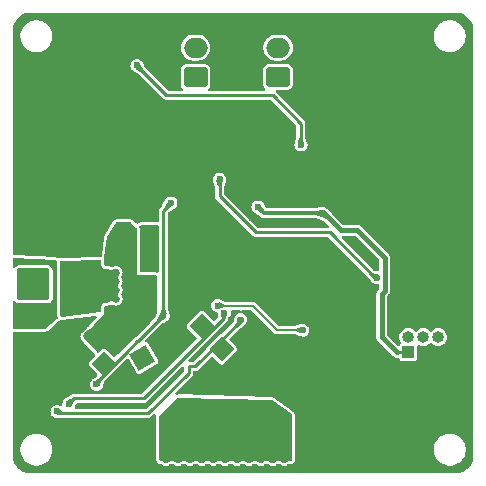
<source format=gbr>
%TF.GenerationSoftware,KiCad,Pcbnew,8.0.4*%
%TF.CreationDate,2024-12-20T14:54:41+02:00*%
%TF.ProjectId,Little Boy - External,4c697474-6c65-4204-926f-79202d204578,rev?*%
%TF.SameCoordinates,Original*%
%TF.FileFunction,Copper,L4,Bot*%
%TF.FilePolarity,Positive*%
%FSLAX46Y46*%
G04 Gerber Fmt 4.6, Leading zero omitted, Abs format (unit mm)*
G04 Created by KiCad (PCBNEW 8.0.4) date 2024-12-20 14:54:41*
%MOMM*%
%LPD*%
G01*
G04 APERTURE LIST*
G04 Aperture macros list*
%AMRoundRect*
0 Rectangle with rounded corners*
0 $1 Rounding radius*
0 $2 $3 $4 $5 $6 $7 $8 $9 X,Y pos of 4 corners*
0 Add a 4 corners polygon primitive as box body*
4,1,4,$2,$3,$4,$5,$6,$7,$8,$9,$2,$3,0*
0 Add four circle primitives for the rounded corners*
1,1,$1+$1,$2,$3*
1,1,$1+$1,$4,$5*
1,1,$1+$1,$6,$7*
1,1,$1+$1,$8,$9*
0 Add four rect primitives between the rounded corners*
20,1,$1+$1,$2,$3,$4,$5,0*
20,1,$1+$1,$4,$5,$6,$7,0*
20,1,$1+$1,$6,$7,$8,$9,0*
20,1,$1+$1,$8,$9,$2,$3,0*%
%AMRotRect*
0 Rectangle, with rotation*
0 The origin of the aperture is its center*
0 $1 length*
0 $2 width*
0 $3 Rotation angle, in degrees counterclockwise*
0 Add horizontal line*
21,1,$1,$2,0,0,$3*%
G04 Aperture macros list end*
%TA.AperFunction,ComponentPad*%
%ADD10C,0.600000*%
%TD*%
%TA.AperFunction,SMDPad,CuDef*%
%ADD11R,4.900000X2.950000*%
%TD*%
%TA.AperFunction,ComponentPad*%
%ADD12RoundRect,0.250000X-1.125000X-1.125000X1.125000X-1.125000X1.125000X1.125000X-1.125000X1.125000X0*%
%TD*%
%TA.AperFunction,ComponentPad*%
%ADD13RotRect,1.600000X1.600000X30.000000*%
%TD*%
%TA.AperFunction,ComponentPad*%
%ADD14C,1.600000*%
%TD*%
%TA.AperFunction,HeatsinkPad*%
%ADD15C,0.500000*%
%TD*%
%TA.AperFunction,HeatsinkPad*%
%ADD16R,0.500000X1.600000*%
%TD*%
%TA.AperFunction,ComponentPad*%
%ADD17R,3.000000X3.000000*%
%TD*%
%TA.AperFunction,ComponentPad*%
%ADD18C,3.000000*%
%TD*%
%TA.AperFunction,ComponentPad*%
%ADD19R,1.000000X1.000000*%
%TD*%
%TA.AperFunction,ComponentPad*%
%ADD20O,1.000000X1.000000*%
%TD*%
%TA.AperFunction,ComponentPad*%
%ADD21RoundRect,0.250000X0.750000X-0.600000X0.750000X0.600000X-0.750000X0.600000X-0.750000X-0.600000X0*%
%TD*%
%TA.AperFunction,ComponentPad*%
%ADD22O,2.000000X1.700000*%
%TD*%
%TA.AperFunction,SMDPad,CuDef*%
%ADD23RotRect,1.500000X1.500000X135.000000*%
%TD*%
%TA.AperFunction,SMDPad,CuDef*%
%ADD24RotRect,1.500000X1.500000X45.000000*%
%TD*%
%TA.AperFunction,SMDPad,CuDef*%
%ADD25RoundRect,0.250000X0.159099X-0.512652X0.512652X-0.159099X-0.159099X0.512652X-0.512652X0.159099X0*%
%TD*%
%TA.AperFunction,ViaPad*%
%ADD26C,0.600000*%
%TD*%
%TA.AperFunction,Conductor*%
%ADD27C,0.254000*%
%TD*%
%TA.AperFunction,Conductor*%
%ADD28C,0.400000*%
%TD*%
%TA.AperFunction,Conductor*%
%ADD29C,0.350000*%
%TD*%
%TA.AperFunction,Conductor*%
%ADD30C,0.200000*%
%TD*%
G04 APERTURE END LIST*
D10*
%TO.P,U2,9,GND*%
%TO.N,GND*%
X128850001Y-59250001D03*
X126250000Y-59250000D03*
X127550000Y-59250000D03*
X124949998Y-59249999D03*
D11*
X126900000Y-58600000D03*
D10*
X128850002Y-57950001D03*
X126250000Y-57950000D03*
X127550000Y-57950000D03*
X124949999Y-57949999D03*
%TD*%
D12*
%TO.P,J11,1,Pin_1*%
%TO.N,Net-(J11-Pin_1)*%
X129500000Y-66500000D03*
%TD*%
D13*
%TO.P,C8,1*%
%TO.N,+12V*%
X134468912Y-72749999D03*
D14*
%TO.P,C8,2*%
%TO.N,GND*%
X137500000Y-71000000D03*
%TD*%
D15*
%TO.P,U4,7,PAD*%
%TO.N,GND*%
X133137501Y-49859176D03*
D16*
X133137501Y-49309177D03*
D15*
X133137501Y-48759178D03*
%TD*%
D17*
%TO.P,J9,1,Pin_1*%
%TO.N,GND*%
X150249999Y-79250002D03*
D18*
%TO.P,J9,2,Pin_2*%
%TO.N,+12V*%
X145249999Y-79250002D03*
%TD*%
D19*
%TO.P,SWD,1,Pin_1*%
%TO.N,+3V3*%
X156979999Y-72250000D03*
D20*
%TO.P,SWD,2,Pin_2*%
%TO.N,SWDIO*%
X156979999Y-70979999D03*
%TO.P,SWD,3,Pin_3*%
%TO.N,GND*%
X158250000Y-72250000D03*
%TO.P,SWD,4,Pin_4*%
%TO.N,SWCLK*%
X158249999Y-70980002D03*
%TO.P,SWD,5,Pin_5*%
%TO.N,GND*%
X159520000Y-72250001D03*
%TO.P,SWD,6,Pin_6*%
%TO.N,NRST*%
X159519998Y-70980000D03*
%TD*%
D17*
%TO.P,J8,1,Pin_1*%
%TO.N,GND*%
X133250000Y-79250000D03*
D18*
%TO.P,J8,2,Pin_2*%
%TO.N,+12V*%
X138250000Y-79250000D03*
%TD*%
D21*
%TO.P,J13,1,Pin_1*%
%TO.N,Net-(J13-Pin_1)*%
X138972499Y-48955001D03*
D22*
%TO.P,J13,2,Pin_2*%
%TO.N,Net-(J13-Pin_2)*%
X138972500Y-46455001D03*
%TD*%
D12*
%TO.P,J10,2*%
%TO.N,N/C*%
X125250000Y-66500000D03*
%TD*%
D21*
%TO.P,J14,1,Pin_1*%
%TO.N,Net-(J13-Pin_1)*%
X145972498Y-48955001D03*
D22*
%TO.P,J14,2,Pin_2*%
%TO.N,Net-(J13-Pin_2)*%
X145972497Y-46455001D03*
%TD*%
D23*
%TO.P,J6,1,Pin_1*%
%TO.N,DRV_IN2*%
X141185353Y-71985841D03*
%TD*%
D24*
%TO.P,J3,1,Pin_1*%
%TO.N,+3V3*%
X131250000Y-73250000D03*
%TD*%
D25*
%TO.P,C11,1*%
%TO.N,GND*%
X128906496Y-72421752D03*
%TO.P,C11,2*%
%TO.N,+12V*%
X130250000Y-71078248D03*
%TD*%
D23*
%TO.P,J7,1,Pin_1*%
%TO.N,DRV_IN1*%
X139530000Y-70040000D03*
%TD*%
D26*
%TO.N,GND*%
X151500000Y-64400000D03*
X139000000Y-44000000D03*
X156100000Y-73250000D03*
X129000000Y-82000000D03*
X146500000Y-50400000D03*
X162000000Y-52000000D03*
X143500000Y-71000000D03*
X140000000Y-82000000D03*
X162000000Y-48000000D03*
X124000000Y-47000000D03*
X136000000Y-44000000D03*
X125500000Y-50300000D03*
X142000000Y-44000000D03*
X131560000Y-75360000D03*
X124000000Y-76000000D03*
X161800000Y-44200000D03*
X142109258Y-55656780D03*
X132000000Y-44000000D03*
X128906496Y-72421752D03*
X141980921Y-69532367D03*
X152930000Y-53590000D03*
X128450000Y-47450000D03*
X153500000Y-70850000D03*
X162000000Y-64000000D03*
X147000000Y-44000000D03*
X152750000Y-55050000D03*
X155000000Y-44000000D03*
X148500000Y-65750000D03*
X136000000Y-82000000D03*
X162004999Y-73000000D03*
X126250000Y-73750000D03*
X133060000Y-53470000D03*
X155200000Y-49200000D03*
X162000000Y-74000000D03*
X157400000Y-46200000D03*
X149000000Y-44000000D03*
X145000000Y-44000000D03*
X127000000Y-82000000D03*
X124000000Y-56000000D03*
X139500000Y-57500000D03*
X159000000Y-82000000D03*
X155400000Y-50800000D03*
X160450000Y-70200000D03*
X143550000Y-69900000D03*
X148500000Y-61400000D03*
X130250000Y-74250000D03*
X141000000Y-44000000D03*
X154950000Y-74900000D03*
X154000000Y-82000000D03*
X144000000Y-82000000D03*
X149800000Y-61450000D03*
X138200000Y-67400000D03*
X146750000Y-69000000D03*
X162000000Y-76000000D03*
X145100000Y-52250000D03*
X152800000Y-56350000D03*
X154000000Y-44000000D03*
X162000000Y-67000000D03*
X151000000Y-82000000D03*
X153607712Y-66333822D03*
X135600000Y-51600000D03*
X152000000Y-44000000D03*
X135350000Y-47650000D03*
X157200000Y-47800000D03*
X144400000Y-49050000D03*
X128550000Y-49650000D03*
X128000000Y-82000000D03*
X130000000Y-82000000D03*
X138000000Y-44000000D03*
X129000000Y-44000000D03*
X137150000Y-49050000D03*
X124000000Y-58000000D03*
X134726644Y-76786644D03*
X158000000Y-44000000D03*
X124000000Y-49000000D03*
X150650000Y-73800000D03*
X162000000Y-56000000D03*
X132000000Y-82000000D03*
X159500000Y-53000000D03*
X130340000Y-76796000D03*
X159000000Y-79000000D03*
X147000000Y-82000000D03*
X132600000Y-50950000D03*
X136250000Y-54850000D03*
X149500000Y-70650000D03*
X154450000Y-61500000D03*
X155600000Y-70600000D03*
X128250000Y-73750000D03*
X148925449Y-59520000D03*
X144750000Y-65850000D03*
X140200000Y-64950000D03*
X146000000Y-44000000D03*
X139250000Y-54250000D03*
X130850000Y-53000000D03*
X130100000Y-60050000D03*
X162000000Y-61000000D03*
X147910000Y-55770000D03*
X127250000Y-72750000D03*
X159000000Y-47000000D03*
X162000000Y-51000000D03*
X159250000Y-64750000D03*
X156000000Y-44000000D03*
X135000000Y-82000000D03*
X162000000Y-78000000D03*
X162000000Y-62000000D03*
X156850000Y-69850000D03*
X162000000Y-55000000D03*
X126750000Y-73250000D03*
X127250000Y-73750000D03*
X143550000Y-72950000D03*
X140000000Y-44000000D03*
X132050000Y-58550000D03*
X147430000Y-59370000D03*
X155399999Y-45980001D03*
X148000000Y-44000000D03*
X145800000Y-64750000D03*
X152800000Y-76650000D03*
X157000000Y-82000000D03*
X137250000Y-46400000D03*
X137100000Y-58700000D03*
X137350000Y-63400000D03*
X127750000Y-72250000D03*
X145960000Y-55040000D03*
X143000000Y-44000000D03*
X161800000Y-81800000D03*
X151000000Y-53640000D03*
X127000000Y-47000000D03*
X137000000Y-57050000D03*
X129500000Y-78250000D03*
X143500000Y-53500000D03*
X146900000Y-67450000D03*
X124000000Y-59000000D03*
X139550000Y-68250000D03*
X124000000Y-57000000D03*
X138000000Y-82000000D03*
X126250000Y-72750000D03*
X148000000Y-82000000D03*
X141000000Y-82000000D03*
X146000000Y-82000000D03*
X126750000Y-72250000D03*
X157050000Y-75800000D03*
X127000000Y-44000000D03*
X154000000Y-67650000D03*
X162000000Y-70000000D03*
X162000000Y-59000000D03*
X134000000Y-44000000D03*
X149000000Y-82000000D03*
X146250000Y-71550000D03*
X162000000Y-57000000D03*
X131000000Y-82000000D03*
X162000000Y-77000000D03*
X141100000Y-60100000D03*
X144000000Y-44000000D03*
X151800000Y-61200000D03*
X130550000Y-78050000D03*
X137000000Y-44000000D03*
X158700000Y-69550000D03*
X135000000Y-44000000D03*
X124000000Y-60000000D03*
X137000000Y-58050000D03*
X157600000Y-54600000D03*
X128250000Y-72750000D03*
X162000000Y-79000000D03*
X162000000Y-75000000D03*
X133000000Y-82000000D03*
X124000000Y-62250000D03*
X137400000Y-61500000D03*
X159250000Y-61250000D03*
X127250000Y-71750000D03*
X144350000Y-46300000D03*
X149550000Y-74950000D03*
X155750000Y-57250000D03*
X143750000Y-60850000D03*
X145000000Y-82000000D03*
X124200000Y-81800000D03*
X141790000Y-73400000D03*
X140300000Y-63500000D03*
X162000000Y-47000000D03*
X151750000Y-67250000D03*
X137450000Y-68100000D03*
X162000000Y-53000000D03*
X151000000Y-55000000D03*
X159500000Y-51100000D03*
X133000000Y-54650000D03*
X124000000Y-73000000D03*
X156400000Y-45200000D03*
X124000000Y-77000000D03*
X143000000Y-82000000D03*
X155000000Y-82000000D03*
X138000000Y-51400000D03*
X140800000Y-46300000D03*
X126994049Y-78981861D03*
X124000000Y-48000000D03*
X156000000Y-82000000D03*
X153600000Y-73000000D03*
X150410000Y-57350000D03*
X162000000Y-60000000D03*
X125500000Y-76750000D03*
X128000000Y-44000000D03*
X142000000Y-82000000D03*
X124000000Y-75000000D03*
X133949692Y-81989056D03*
X124000000Y-55000000D03*
X140150000Y-57550000D03*
X162000000Y-49000000D03*
X151000000Y-56250000D03*
X158000000Y-82000000D03*
X155950000Y-66800000D03*
X162000000Y-58000000D03*
X155850000Y-65050000D03*
X152000000Y-82000000D03*
X162000000Y-69000000D03*
X147440000Y-57350000D03*
X138200000Y-66550000D03*
X135050000Y-59050000D03*
X126250000Y-71750000D03*
X162000000Y-68000000D03*
X124000000Y-78000000D03*
X124000000Y-74000000D03*
X154250000Y-58700000D03*
X145700000Y-61250000D03*
X159000000Y-44000000D03*
X143100000Y-75000000D03*
X124000000Y-61000000D03*
X151000000Y-52250000D03*
X156400000Y-50400000D03*
X157250000Y-63250000D03*
X162000000Y-63000000D03*
X124200000Y-44200000D03*
X153000000Y-82000000D03*
X124000000Y-79000000D03*
X140650000Y-49050000D03*
X140250000Y-61600000D03*
X151000000Y-44000000D03*
X155800000Y-47800000D03*
X157000000Y-44000000D03*
X162000000Y-54000000D03*
X140800000Y-74250000D03*
X133000000Y-44000000D03*
X127750000Y-73250000D03*
X162000000Y-50000000D03*
X155490000Y-67620000D03*
X124000000Y-72000000D03*
X128250000Y-71750000D03*
X146400000Y-74850000D03*
X133300000Y-60600000D03*
X129700000Y-55000000D03*
X162000000Y-66000000D03*
X147800000Y-71150000D03*
X128750000Y-73250000D03*
X131500000Y-49250000D03*
X139000000Y-82000000D03*
X150000000Y-82000000D03*
X150600000Y-59700000D03*
X150000000Y-44000000D03*
X140750000Y-53500000D03*
X153600000Y-50600000D03*
X153000000Y-44000000D03*
X134550000Y-54650000D03*
X137000000Y-82000000D03*
X131000000Y-44000000D03*
X130000000Y-44000000D03*
X162000000Y-65000000D03*
X154283911Y-65127865D03*
%TO.N,+3V3*%
X149750000Y-60500000D03*
X136250000Y-69156714D03*
X136887000Y-59623001D03*
X130588081Y-74975056D03*
X144259953Y-59959952D03*
%TO.N,NRST*%
X141013288Y-57600000D03*
X154297000Y-65927761D03*
%TO.N,+12V*%
X132250000Y-70250000D03*
X133500000Y-63000000D03*
X132750000Y-62250000D03*
X133000000Y-70500000D03*
X132750000Y-63000000D03*
X133000000Y-71250000D03*
X131500000Y-69500000D03*
X130750000Y-70250000D03*
X132000000Y-62250000D03*
X131500000Y-70250000D03*
X132000000Y-63000000D03*
X133498327Y-62237619D03*
X132250000Y-69500000D03*
X132750000Y-61500000D03*
X133000000Y-69750000D03*
%TO.N,Net-(J10-Pin_1)*%
X124000000Y-69500000D03*
X124700000Y-69500000D03*
X125250000Y-68750000D03*
X126000000Y-68750000D03*
X124000000Y-68750000D03*
%TO.N,+5V*%
X134007034Y-47959178D03*
X147900000Y-54700000D03*
%TO.N,DRV_IN2*%
X127250000Y-77250000D03*
X142800000Y-69500000D03*
%TO.N,ISEN*%
X135200000Y-62150000D03*
%TO.N,DRV_IN1*%
X141406642Y-68956645D03*
X128250000Y-76623000D03*
%TO.N,Net-(J11-Pin_1)*%
X132250000Y-67750000D03*
X132250000Y-67000000D03*
X131500000Y-67000000D03*
X132250000Y-66250000D03*
X131500000Y-66250000D03*
X131500000Y-65500000D03*
X132250000Y-65500000D03*
X131500000Y-67750000D03*
%TO.N,FLASH_MISO*%
X148052983Y-70391051D03*
X140850001Y-68299388D03*
%TD*%
D27*
%TO.N,+3V3*%
X130588081Y-74975056D02*
X130588081Y-74818633D01*
D28*
X154723000Y-67340288D02*
X154723000Y-70973000D01*
D27*
X134076535Y-71330179D02*
X136250000Y-69156714D01*
X133049092Y-72321731D02*
X134040644Y-71330179D01*
D28*
X154997000Y-67066288D02*
X154723000Y-67340288D01*
D27*
X156000000Y-72250000D02*
X156979999Y-72250000D01*
X130588081Y-74818633D02*
X133049092Y-72357622D01*
D28*
X149750000Y-60500000D02*
X149839950Y-60500000D01*
D27*
X136887000Y-59623001D02*
X136250000Y-60260001D01*
X134040644Y-71330179D02*
X134076535Y-71330179D01*
D29*
X144800001Y-60500000D02*
X144259953Y-59959952D01*
X149750000Y-60500000D02*
X144800001Y-60500000D01*
D28*
X149839950Y-60500000D02*
X151266950Y-61927000D01*
D27*
X133049092Y-72357622D02*
X133049092Y-72321731D01*
D28*
X154723000Y-70973000D02*
X156000000Y-72250000D01*
X152677000Y-61927000D02*
X154997000Y-64247000D01*
X154997000Y-64247000D02*
X154997000Y-67066288D01*
D27*
X136250000Y-60260001D02*
X136250000Y-69156714D01*
D28*
X151266950Y-61927000D02*
X152677000Y-61927000D01*
D27*
%TO.N,NRST*%
X144100000Y-62100000D02*
X141013288Y-59013288D01*
X141013288Y-59013288D02*
X141013288Y-57600000D01*
X154297000Y-65927761D02*
X154177761Y-65927761D01*
X154177761Y-65927761D02*
X150350000Y-62100000D01*
X150350000Y-62100000D02*
X144100000Y-62100000D01*
%TO.N,+5V*%
X136500000Y-50500000D02*
X134007034Y-48007034D01*
X147900000Y-54700000D02*
X147900000Y-52900000D01*
X145500000Y-50500000D02*
X136500000Y-50500000D01*
X147900000Y-52900000D02*
X145500000Y-50500000D01*
X134007034Y-48007034D02*
X134007034Y-47959178D01*
%TO.N,DRV_IN2*%
X127423000Y-77423000D02*
X127250000Y-77250000D01*
X138400000Y-74000000D02*
X134977000Y-77423000D01*
X134977000Y-77423000D02*
X127423000Y-77423000D01*
X138400000Y-73450000D02*
X138400000Y-74000000D01*
X142800000Y-69500000D02*
X142800000Y-69600000D01*
X142800000Y-69600000D02*
X138950000Y-73450000D01*
X138950000Y-73450000D02*
X138400000Y-73450000D01*
%TO.N,DRV_IN1*%
X130600712Y-76170000D02*
X134570000Y-76170000D01*
X141406642Y-69219934D02*
X141406642Y-68956645D01*
X130599712Y-76169000D02*
X130600712Y-76170000D01*
X141353921Y-69386079D02*
X141353921Y-69272655D01*
X128250000Y-76623000D02*
X128704000Y-76169000D01*
X134570000Y-76170000D02*
X141353921Y-69386079D01*
X141353921Y-69272655D02*
X141406642Y-69219934D01*
X128704000Y-76169000D02*
X130599712Y-76169000D01*
D30*
%TO.N,FLASH_MISO*%
X140907258Y-68356645D02*
X140850001Y-68299388D01*
X143856645Y-68356645D02*
X140907258Y-68356645D01*
X145891051Y-70391051D02*
X143856645Y-68356645D01*
X148052983Y-70391051D02*
X145891051Y-70391051D01*
%TD*%
%TA.AperFunction,Conductor*%
%TO.N,GND*%
G36*
X137941834Y-73434545D02*
G01*
X137997767Y-73476417D01*
X138022184Y-73541881D01*
X138022500Y-73550727D01*
X138022500Y-73792273D01*
X138002815Y-73859312D01*
X137986181Y-73879954D01*
X134856954Y-77009181D01*
X134795631Y-77042666D01*
X134769273Y-77045500D01*
X128857826Y-77045500D01*
X128790787Y-77025815D01*
X128745032Y-76973011D01*
X128735088Y-76903853D01*
X128756877Y-76854049D01*
X128754770Y-76852658D01*
X128758125Y-76847575D01*
X128799486Y-76769139D01*
X128881998Y-76612662D01*
X128930680Y-76562543D01*
X128991683Y-76546500D01*
X130535291Y-76546500D01*
X130550547Y-76547500D01*
X130551013Y-76547500D01*
X134619697Y-76547500D01*
X134619699Y-76547500D01*
X134715710Y-76521774D01*
X134801790Y-76472075D01*
X137810819Y-73463046D01*
X137872142Y-73429561D01*
X137941834Y-73434545D01*
G37*
%TD.AperFunction*%
%TA.AperFunction,Conductor*%
G36*
X152506074Y-62397185D02*
G01*
X152526716Y-62413819D01*
X154510181Y-64397284D01*
X154543666Y-64458607D01*
X154546500Y-64484965D01*
X154546500Y-65257623D01*
X154526815Y-65324662D01*
X154474011Y-65370417D01*
X154404853Y-65380361D01*
X154392927Y-65378045D01*
X154387648Y-65376748D01*
X154387642Y-65376747D01*
X154383955Y-65376150D01*
X154383958Y-65376150D01*
X154367617Y-65374836D01*
X154343113Y-65372865D01*
X154343107Y-65372865D01*
X154307816Y-65372865D01*
X154302416Y-65372511D01*
X154291584Y-65372511D01*
X154286184Y-65372865D01*
X154266514Y-65372865D01*
X154231579Y-65367842D01*
X154198190Y-65358038D01*
X154166090Y-65343379D01*
X154116899Y-65311765D01*
X154101915Y-65300443D01*
X154081991Y-65282865D01*
X154076844Y-65279426D01*
X154076842Y-65279424D01*
X154068856Y-65275516D01*
X154035688Y-65251822D01*
X152722545Y-63938679D01*
X151373045Y-62589180D01*
X151339561Y-62527858D01*
X151344545Y-62458166D01*
X151386417Y-62402233D01*
X151451881Y-62377816D01*
X151460727Y-62377500D01*
X152439035Y-62377500D01*
X152506074Y-62397185D01*
G37*
%TD.AperFunction*%
%TA.AperFunction,Conductor*%
G36*
X161004418Y-43500816D02*
G01*
X161204561Y-43515130D01*
X161222063Y-43517647D01*
X161413797Y-43559355D01*
X161430755Y-43564334D01*
X161614609Y-43632909D01*
X161630701Y-43640259D01*
X161802904Y-43734288D01*
X161817784Y-43743849D01*
X161974867Y-43861441D01*
X161988237Y-43873027D01*
X162126972Y-44011762D01*
X162138558Y-44025132D01*
X162256146Y-44182210D01*
X162265711Y-44197095D01*
X162359740Y-44369298D01*
X162367090Y-44385390D01*
X162435662Y-44569236D01*
X162440646Y-44586212D01*
X162482351Y-44777931D01*
X162484869Y-44795442D01*
X162499184Y-44995580D01*
X162499500Y-45004427D01*
X162499500Y-80995572D01*
X162499184Y-81004419D01*
X162484869Y-81204557D01*
X162482351Y-81222068D01*
X162440646Y-81413787D01*
X162435662Y-81430763D01*
X162367090Y-81614609D01*
X162359740Y-81630701D01*
X162265711Y-81802904D01*
X162256146Y-81817789D01*
X162138558Y-81974867D01*
X162126972Y-81988237D01*
X161988237Y-82126972D01*
X161974867Y-82138558D01*
X161817789Y-82256146D01*
X161802904Y-82265711D01*
X161630701Y-82359740D01*
X161614609Y-82367090D01*
X161430763Y-82435662D01*
X161413787Y-82440646D01*
X161222068Y-82482351D01*
X161204557Y-82484869D01*
X161023779Y-82497799D01*
X161004417Y-82499184D01*
X160995572Y-82499500D01*
X125004428Y-82499500D01*
X124995582Y-82499184D01*
X124973622Y-82497613D01*
X124795442Y-82484869D01*
X124777931Y-82482351D01*
X124586212Y-82440646D01*
X124569236Y-82435662D01*
X124385390Y-82367090D01*
X124369298Y-82359740D01*
X124197095Y-82265711D01*
X124182210Y-82256146D01*
X124025132Y-82138558D01*
X124011762Y-82126972D01*
X123873027Y-81988237D01*
X123861441Y-81974867D01*
X123820007Y-81919518D01*
X123743849Y-81817784D01*
X123734288Y-81802904D01*
X123640259Y-81630701D01*
X123632909Y-81614609D01*
X123611552Y-81557349D01*
X123564334Y-81430755D01*
X123559355Y-81413797D01*
X123517647Y-81222063D01*
X123515130Y-81204556D01*
X123500816Y-81004418D01*
X123500500Y-80995572D01*
X123500500Y-80393713D01*
X124149500Y-80393713D01*
X124149500Y-80606287D01*
X124182754Y-80816243D01*
X124243896Y-81004419D01*
X124248444Y-81018414D01*
X124344951Y-81207820D01*
X124469890Y-81379786D01*
X124620213Y-81530109D01*
X124792179Y-81655048D01*
X124792181Y-81655049D01*
X124792184Y-81655051D01*
X124981588Y-81751557D01*
X125183757Y-81817246D01*
X125393713Y-81850500D01*
X125393714Y-81850500D01*
X125606286Y-81850500D01*
X125606287Y-81850500D01*
X125816243Y-81817246D01*
X126018412Y-81751557D01*
X126207816Y-81655051D01*
X126263480Y-81614609D01*
X126379786Y-81530109D01*
X126379788Y-81530106D01*
X126379792Y-81530104D01*
X126530104Y-81379792D01*
X126530106Y-81379788D01*
X126530109Y-81379786D01*
X126655048Y-81207820D01*
X126655047Y-81207820D01*
X126655051Y-81207816D01*
X126751557Y-81018412D01*
X126817246Y-80816243D01*
X126850500Y-80606287D01*
X126850500Y-80393713D01*
X126817246Y-80183757D01*
X126751557Y-79981588D01*
X126655051Y-79792184D01*
X126655049Y-79792181D01*
X126655048Y-79792179D01*
X126530109Y-79620213D01*
X126379786Y-79469890D01*
X126207820Y-79344951D01*
X126018414Y-79248444D01*
X126018413Y-79248443D01*
X126018412Y-79248443D01*
X125816243Y-79182754D01*
X125816241Y-79182753D01*
X125816240Y-79182753D01*
X125654957Y-79157208D01*
X125606287Y-79149500D01*
X125393713Y-79149500D01*
X125345042Y-79157208D01*
X125183760Y-79182753D01*
X124981585Y-79248444D01*
X124792179Y-79344951D01*
X124620213Y-79469890D01*
X124469890Y-79620213D01*
X124344951Y-79792179D01*
X124248444Y-79981585D01*
X124182753Y-80183760D01*
X124149500Y-80393713D01*
X123500500Y-80393713D01*
X123500500Y-77250000D01*
X126694750Y-77250000D01*
X126708107Y-77351458D01*
X126713670Y-77393708D01*
X126713671Y-77393712D01*
X126769137Y-77527622D01*
X126769138Y-77527624D01*
X126769139Y-77527625D01*
X126857379Y-77642621D01*
X126972375Y-77730861D01*
X127106291Y-77786330D01*
X127250000Y-77805250D01*
X127250008Y-77805249D01*
X127253004Y-77805249D01*
X127258106Y-77805500D01*
X127261661Y-77805500D01*
X127776585Y-77805500D01*
X127789741Y-77802882D01*
X127813934Y-77800500D01*
X135026697Y-77800500D01*
X135026699Y-77800500D01*
X135122710Y-77774774D01*
X135208790Y-77725075D01*
X135407464Y-77526400D01*
X135468785Y-77492917D01*
X135538476Y-77497901D01*
X135594410Y-77539772D01*
X135618827Y-77605237D01*
X135614532Y-77647583D01*
X135604627Y-77682883D01*
X135604624Y-77682893D01*
X135595144Y-77754982D01*
X135595144Y-77754989D01*
X135595144Y-77754992D01*
X135595521Y-77786330D01*
X135638165Y-81326568D01*
X135638165Y-81326582D01*
X135641198Y-81362876D01*
X135646635Y-81397723D01*
X135648200Y-81406699D01*
X135648201Y-81406702D01*
X135685798Y-81499024D01*
X135720192Y-81551168D01*
X135724270Y-81557351D01*
X135752638Y-81592987D01*
X135834186Y-81650330D01*
X135898082Y-81678597D01*
X135968100Y-81698254D01*
X136038512Y-81707524D01*
X136060820Y-81710461D01*
X136092084Y-81718837D01*
X136097467Y-81721066D01*
X136133691Y-81736070D01*
X136161722Y-81752253D01*
X136203049Y-81783965D01*
X136213952Y-81794242D01*
X136214343Y-81793841D01*
X136218173Y-81797558D01*
X136218184Y-81797571D01*
X136286171Y-81853030D01*
X136347091Y-81887243D01*
X136388632Y-81905917D01*
X136487391Y-81919518D01*
X136557137Y-81915364D01*
X136602184Y-81908614D01*
X136692618Y-81866662D01*
X136749046Y-81825459D01*
X136766396Y-81808514D01*
X136777530Y-81798866D01*
X136804179Y-81778418D01*
X136804182Y-81778417D01*
X136813075Y-81771592D01*
X136820416Y-81765960D01*
X136820417Y-81765960D01*
X136838281Y-81752251D01*
X136866307Y-81736069D01*
X136907911Y-81718837D01*
X136939168Y-81710462D01*
X136983813Y-81704585D01*
X137016183Y-81704585D01*
X137038503Y-81707524D01*
X137038504Y-81707524D01*
X137060833Y-81710463D01*
X137092092Y-81718839D01*
X137133688Y-81736069D01*
X137161720Y-81752252D01*
X137203050Y-81783965D01*
X137213952Y-81794242D01*
X137214343Y-81793841D01*
X137218173Y-81797558D01*
X137218184Y-81797571D01*
X137286171Y-81853030D01*
X137347091Y-81887243D01*
X137388632Y-81905917D01*
X137487391Y-81919518D01*
X137557137Y-81915364D01*
X137602184Y-81908614D01*
X137692618Y-81866662D01*
X137749046Y-81825459D01*
X137766396Y-81808514D01*
X137777530Y-81798866D01*
X137804179Y-81778418D01*
X137804182Y-81778417D01*
X137813075Y-81771592D01*
X137820416Y-81765960D01*
X137820417Y-81765960D01*
X137838281Y-81752251D01*
X137866307Y-81736069D01*
X137907911Y-81718837D01*
X137939168Y-81710462D01*
X137983813Y-81704585D01*
X138016183Y-81704585D01*
X138038503Y-81707524D01*
X138038504Y-81707524D01*
X138060833Y-81710463D01*
X138092092Y-81718839D01*
X138133688Y-81736069D01*
X138161720Y-81752252D01*
X138203050Y-81783965D01*
X138213952Y-81794242D01*
X138214343Y-81793841D01*
X138218173Y-81797558D01*
X138218184Y-81797571D01*
X138286171Y-81853030D01*
X138347091Y-81887243D01*
X138388632Y-81905917D01*
X138487391Y-81919518D01*
X138557137Y-81915364D01*
X138602184Y-81908614D01*
X138692618Y-81866662D01*
X138749046Y-81825459D01*
X138766396Y-81808514D01*
X138777530Y-81798866D01*
X138804179Y-81778418D01*
X138804182Y-81778417D01*
X138813075Y-81771592D01*
X138820416Y-81765960D01*
X138820417Y-81765960D01*
X138838281Y-81752251D01*
X138866307Y-81736069D01*
X138907911Y-81718837D01*
X138939168Y-81710462D01*
X138983813Y-81704585D01*
X139016183Y-81704585D01*
X139038503Y-81707524D01*
X139038504Y-81707524D01*
X139060833Y-81710463D01*
X139092092Y-81718839D01*
X139133688Y-81736069D01*
X139161720Y-81752252D01*
X139203050Y-81783965D01*
X139213952Y-81794242D01*
X139214343Y-81793841D01*
X139218173Y-81797558D01*
X139218184Y-81797571D01*
X139286171Y-81853030D01*
X139347091Y-81887243D01*
X139388632Y-81905917D01*
X139487391Y-81919518D01*
X139557137Y-81915364D01*
X139602184Y-81908614D01*
X139692618Y-81866662D01*
X139749046Y-81825459D01*
X139766396Y-81808514D01*
X139777530Y-81798866D01*
X139804179Y-81778418D01*
X139804182Y-81778417D01*
X139813075Y-81771592D01*
X139820416Y-81765960D01*
X139820417Y-81765960D01*
X139838281Y-81752251D01*
X139866307Y-81736069D01*
X139907911Y-81718837D01*
X139939168Y-81710462D01*
X139983813Y-81704585D01*
X140016183Y-81704585D01*
X140038503Y-81707524D01*
X140038504Y-81707524D01*
X140060833Y-81710463D01*
X140092092Y-81718839D01*
X140133688Y-81736069D01*
X140161720Y-81752252D01*
X140203050Y-81783965D01*
X140213952Y-81794242D01*
X140214343Y-81793841D01*
X140218173Y-81797558D01*
X140218184Y-81797571D01*
X140286171Y-81853030D01*
X140347091Y-81887243D01*
X140388632Y-81905917D01*
X140487391Y-81919518D01*
X140557137Y-81915364D01*
X140602184Y-81908614D01*
X140692618Y-81866662D01*
X140749046Y-81825459D01*
X140766396Y-81808514D01*
X140777530Y-81798866D01*
X140804179Y-81778418D01*
X140804182Y-81778417D01*
X140813075Y-81771592D01*
X140820416Y-81765960D01*
X140820417Y-81765960D01*
X140838281Y-81752251D01*
X140866307Y-81736069D01*
X140907911Y-81718837D01*
X140939168Y-81710462D01*
X140983813Y-81704585D01*
X141016183Y-81704585D01*
X141038503Y-81707524D01*
X141038504Y-81707524D01*
X141060833Y-81710463D01*
X141092092Y-81718839D01*
X141133688Y-81736069D01*
X141161720Y-81752252D01*
X141203050Y-81783965D01*
X141213952Y-81794242D01*
X141214343Y-81793841D01*
X141218173Y-81797558D01*
X141218184Y-81797571D01*
X141286171Y-81853030D01*
X141347091Y-81887243D01*
X141388632Y-81905917D01*
X141487391Y-81919518D01*
X141557137Y-81915364D01*
X141602184Y-81908614D01*
X141692618Y-81866662D01*
X141749046Y-81825459D01*
X141766396Y-81808514D01*
X141777530Y-81798866D01*
X141804179Y-81778418D01*
X141804182Y-81778417D01*
X141813075Y-81771592D01*
X141820416Y-81765960D01*
X141820417Y-81765960D01*
X141838281Y-81752251D01*
X141866307Y-81736069D01*
X141907911Y-81718837D01*
X141939168Y-81710462D01*
X141983813Y-81704585D01*
X142016183Y-81704585D01*
X142038503Y-81707524D01*
X142038504Y-81707524D01*
X142060833Y-81710463D01*
X142092092Y-81718839D01*
X142133688Y-81736069D01*
X142161720Y-81752252D01*
X142203050Y-81783965D01*
X142213952Y-81794242D01*
X142214343Y-81793841D01*
X142218173Y-81797558D01*
X142218184Y-81797571D01*
X142286171Y-81853030D01*
X142347091Y-81887243D01*
X142388632Y-81905917D01*
X142487391Y-81919518D01*
X142557137Y-81915364D01*
X142602184Y-81908614D01*
X142692618Y-81866662D01*
X142749046Y-81825459D01*
X142766396Y-81808514D01*
X142777530Y-81798866D01*
X142804179Y-81778418D01*
X142804182Y-81778417D01*
X142813075Y-81771592D01*
X142820416Y-81765960D01*
X142820417Y-81765960D01*
X142838281Y-81752251D01*
X142866307Y-81736069D01*
X142907911Y-81718837D01*
X142939168Y-81710462D01*
X142983813Y-81704585D01*
X143016183Y-81704585D01*
X143038503Y-81707524D01*
X143038504Y-81707524D01*
X143060833Y-81710463D01*
X143092092Y-81718839D01*
X143133688Y-81736069D01*
X143161720Y-81752252D01*
X143203050Y-81783965D01*
X143213952Y-81794242D01*
X143214343Y-81793841D01*
X143218173Y-81797558D01*
X143218184Y-81797571D01*
X143286171Y-81853030D01*
X143347091Y-81887243D01*
X143388632Y-81905917D01*
X143487391Y-81919518D01*
X143557137Y-81915364D01*
X143602184Y-81908614D01*
X143692618Y-81866662D01*
X143749046Y-81825459D01*
X143766396Y-81808514D01*
X143777530Y-81798866D01*
X143804179Y-81778418D01*
X143804182Y-81778417D01*
X143813075Y-81771592D01*
X143820416Y-81765960D01*
X143820417Y-81765960D01*
X143838281Y-81752251D01*
X143866307Y-81736069D01*
X143907911Y-81718837D01*
X143939168Y-81710462D01*
X143983813Y-81704585D01*
X144016183Y-81704585D01*
X144038503Y-81707524D01*
X144038504Y-81707524D01*
X144060833Y-81710463D01*
X144092092Y-81718839D01*
X144133688Y-81736069D01*
X144161720Y-81752252D01*
X144203050Y-81783965D01*
X144213952Y-81794242D01*
X144214343Y-81793841D01*
X144218173Y-81797558D01*
X144218184Y-81797571D01*
X144286171Y-81853030D01*
X144347091Y-81887243D01*
X144388632Y-81905917D01*
X144487391Y-81919518D01*
X144557137Y-81915364D01*
X144602184Y-81908614D01*
X144692618Y-81866662D01*
X144749046Y-81825459D01*
X144766396Y-81808514D01*
X144777530Y-81798866D01*
X144804179Y-81778418D01*
X144804182Y-81778417D01*
X144813075Y-81771592D01*
X144820416Y-81765960D01*
X144820417Y-81765960D01*
X144838281Y-81752251D01*
X144866307Y-81736069D01*
X144907911Y-81718837D01*
X144939168Y-81710462D01*
X144983813Y-81704585D01*
X145016183Y-81704585D01*
X145038503Y-81707524D01*
X145038504Y-81707524D01*
X145060833Y-81710463D01*
X145092092Y-81718839D01*
X145133688Y-81736069D01*
X145161720Y-81752252D01*
X145203050Y-81783965D01*
X145213952Y-81794242D01*
X145214343Y-81793841D01*
X145218173Y-81797558D01*
X145218184Y-81797571D01*
X145286171Y-81853030D01*
X145347091Y-81887243D01*
X145388632Y-81905917D01*
X145487391Y-81919518D01*
X145557137Y-81915364D01*
X145602184Y-81908614D01*
X145692618Y-81866662D01*
X145749046Y-81825459D01*
X145766396Y-81808514D01*
X145777530Y-81798866D01*
X145804179Y-81778418D01*
X145804182Y-81778417D01*
X145813075Y-81771592D01*
X145820416Y-81765960D01*
X145820417Y-81765960D01*
X145838281Y-81752251D01*
X145866307Y-81736069D01*
X145907911Y-81718837D01*
X145939168Y-81710462D01*
X145983813Y-81704585D01*
X146016183Y-81704585D01*
X146038503Y-81707524D01*
X146038504Y-81707524D01*
X146060833Y-81710463D01*
X146092092Y-81718839D01*
X146133688Y-81736069D01*
X146161720Y-81752252D01*
X146203050Y-81783965D01*
X146213952Y-81794242D01*
X146214343Y-81793841D01*
X146218173Y-81797558D01*
X146218184Y-81797571D01*
X146286171Y-81853030D01*
X146347091Y-81887243D01*
X146388632Y-81905917D01*
X146487391Y-81919518D01*
X146557137Y-81915364D01*
X146602184Y-81908614D01*
X146692618Y-81866662D01*
X146749046Y-81825459D01*
X146766396Y-81808514D01*
X146777530Y-81798866D01*
X146804179Y-81778418D01*
X146804182Y-81778417D01*
X146813075Y-81771592D01*
X146820416Y-81765960D01*
X146820417Y-81765960D01*
X146838281Y-81752251D01*
X146866307Y-81736069D01*
X146907911Y-81718837D01*
X146939167Y-81710462D01*
X147013316Y-81700700D01*
X147028382Y-81699645D01*
X147053043Y-81699426D01*
X147120740Y-81689281D01*
X147163561Y-81679028D01*
X147250191Y-81629697D01*
X147302995Y-81583942D01*
X147334620Y-81551168D01*
X147380828Y-81462833D01*
X147400513Y-81395794D01*
X147410863Y-81323809D01*
X147410863Y-80393713D01*
X159149500Y-80393713D01*
X159149500Y-80606287D01*
X159182754Y-80816243D01*
X159243896Y-81004419D01*
X159248444Y-81018414D01*
X159344951Y-81207820D01*
X159469890Y-81379786D01*
X159620213Y-81530109D01*
X159792179Y-81655048D01*
X159792181Y-81655049D01*
X159792184Y-81655051D01*
X159981588Y-81751557D01*
X160183757Y-81817246D01*
X160393713Y-81850500D01*
X160393714Y-81850500D01*
X160606286Y-81850500D01*
X160606287Y-81850500D01*
X160816243Y-81817246D01*
X161018412Y-81751557D01*
X161207816Y-81655051D01*
X161263480Y-81614609D01*
X161379786Y-81530109D01*
X161379788Y-81530106D01*
X161379792Y-81530104D01*
X161530104Y-81379792D01*
X161530106Y-81379788D01*
X161530109Y-81379786D01*
X161655048Y-81207820D01*
X161655047Y-81207820D01*
X161655051Y-81207816D01*
X161751557Y-81018412D01*
X161817246Y-80816243D01*
X161850500Y-80606287D01*
X161850500Y-80393713D01*
X161817246Y-80183757D01*
X161751557Y-79981588D01*
X161655051Y-79792184D01*
X161655049Y-79792181D01*
X161655048Y-79792179D01*
X161530109Y-79620213D01*
X161379786Y-79469890D01*
X161207820Y-79344951D01*
X161018414Y-79248444D01*
X161018413Y-79248443D01*
X161018412Y-79248443D01*
X160816243Y-79182754D01*
X160816241Y-79182753D01*
X160816240Y-79182753D01*
X160654957Y-79157208D01*
X160606287Y-79149500D01*
X160393713Y-79149500D01*
X160345042Y-79157208D01*
X160183760Y-79182753D01*
X159981585Y-79248444D01*
X159792179Y-79344951D01*
X159620213Y-79469890D01*
X159469890Y-79620213D01*
X159344951Y-79792179D01*
X159248444Y-79981585D01*
X159182753Y-80183760D01*
X159149500Y-80393713D01*
X147410863Y-80393713D01*
X147410863Y-77610007D01*
X147406280Y-77561833D01*
X147397464Y-77515914D01*
X147392637Y-77495387D01*
X147347614Y-77406442D01*
X147337630Y-77393708D01*
X147304504Y-77351457D01*
X147251944Y-77301196D01*
X147180268Y-77249999D01*
X145584705Y-76110311D01*
X145584684Y-76110296D01*
X145582272Y-76108593D01*
X145580058Y-76107050D01*
X145580054Y-76107047D01*
X145580050Y-76107045D01*
X145512335Y-76073464D01*
X145512332Y-76073463D01*
X145512327Y-76073461D01*
X145445834Y-76052021D01*
X145374146Y-76039782D01*
X145374147Y-76039782D01*
X137509339Y-75832814D01*
X137509320Y-75832815D01*
X137478107Y-75833906D01*
X137478082Y-75833907D01*
X137447977Y-75836810D01*
X137444038Y-75837220D01*
X137420153Y-75844815D01*
X137350300Y-75846368D01*
X137290697Y-75809910D01*
X137260267Y-75747015D01*
X137268670Y-75677652D01*
X137294898Y-75638966D01*
X138702075Y-74231790D01*
X138751774Y-74145710D01*
X138777500Y-74049699D01*
X138777500Y-73951500D01*
X138797185Y-73884461D01*
X138849989Y-73838706D01*
X138901500Y-73827500D01*
X138999697Y-73827500D01*
X138999699Y-73827500D01*
X139095710Y-73801774D01*
X139181790Y-73752075D01*
X140271548Y-72662316D01*
X140332869Y-72628833D01*
X140402561Y-72633817D01*
X140446908Y-72662318D01*
X141025667Y-73241077D01*
X141025670Y-73241079D01*
X141087612Y-73282467D01*
X141185353Y-73301910D01*
X141283094Y-73282467D01*
X141345036Y-73241079D01*
X142440591Y-72145524D01*
X142481979Y-72083582D01*
X142501422Y-71985841D01*
X142481979Y-71888100D01*
X142440591Y-71826158D01*
X142440589Y-71826155D01*
X141861830Y-71247396D01*
X141828345Y-71186073D01*
X141833329Y-71116381D01*
X141861828Y-71072036D01*
X142659121Y-70274742D01*
X142675500Y-70260975D01*
X142680428Y-70257511D01*
X142680434Y-70257509D01*
X143057849Y-69992281D01*
X143070736Y-69985199D01*
X143070580Y-69984928D01*
X143077616Y-69980864D01*
X143077625Y-69980861D01*
X143113903Y-69953022D01*
X143118074Y-69949960D01*
X143147672Y-69929161D01*
X143147685Y-69929152D01*
X143164817Y-69915997D01*
X143166336Y-69914725D01*
X143175775Y-69906112D01*
X143183860Y-69899343D01*
X143192621Y-69892621D01*
X143280861Y-69777625D01*
X143336330Y-69643709D01*
X143355250Y-69500000D01*
X143336330Y-69356291D01*
X143299350Y-69267013D01*
X143280862Y-69222377D01*
X143280861Y-69222376D01*
X143280861Y-69222375D01*
X143192621Y-69107379D01*
X143077625Y-69019139D01*
X143077624Y-69019138D01*
X143077622Y-69019137D01*
X142943712Y-68963671D01*
X142943710Y-68963670D01*
X142943709Y-68963670D01*
X142870896Y-68954083D01*
X142807001Y-68925817D01*
X142800651Y-68916190D01*
X142747852Y-68950122D01*
X142729103Y-68954083D01*
X142667616Y-68962179D01*
X142656291Y-68963670D01*
X142656287Y-68963671D01*
X142522377Y-69019137D01*
X142407379Y-69107379D01*
X142319136Y-69222378D01*
X142319135Y-69222381D01*
X142296378Y-69277320D01*
X142287963Y-69293970D01*
X142278411Y-69309785D01*
X142242467Y-69409179D01*
X142228567Y-69470045D01*
X142228566Y-69470051D01*
X142227988Y-69475688D01*
X142227988Y-69475694D01*
X142228850Y-69517940D01*
X142227614Y-69538115D01*
X142220952Y-69584450D01*
X142211007Y-69618316D01*
X142196550Y-69649971D01*
X142177474Y-69679656D01*
X142160357Y-69699411D01*
X142159011Y-69701680D01*
X142140057Y-69726076D01*
X141225693Y-70640440D01*
X141164370Y-70673925D01*
X141162206Y-70674376D01*
X141087612Y-70689215D01*
X141025667Y-70730604D01*
X139930116Y-71826155D01*
X139888727Y-71888100D01*
X139873888Y-71962694D01*
X139841501Y-72024604D01*
X139839952Y-72026181D01*
X138829954Y-73036181D01*
X138768631Y-73069666D01*
X138742273Y-73072500D01*
X138500727Y-73072500D01*
X138433688Y-73052815D01*
X138387933Y-73000011D01*
X138377989Y-72930853D01*
X138407014Y-72867297D01*
X138413046Y-72860819D01*
X140026469Y-71247396D01*
X141655996Y-69617869D01*
X141705695Y-69531789D01*
X141705696Y-69531786D01*
X141711130Y-69511505D01*
X141726693Y-69476397D01*
X141727153Y-69475684D01*
X141752030Y-69437105D01*
X141761457Y-69421256D01*
X141762266Y-69419777D01*
X141766818Y-69410692D01*
X141781155Y-69388402D01*
X141788039Y-69379867D01*
X141789029Y-69378547D01*
X141799355Y-69363714D01*
X141855463Y-69276701D01*
X141861298Y-69268419D01*
X141862962Y-69266249D01*
X141887503Y-69234270D01*
X141893806Y-69219050D01*
X141901297Y-69203956D01*
X141902335Y-69202181D01*
X141903298Y-69200351D01*
X141912948Y-69179855D01*
X141913332Y-69177953D01*
X141920316Y-69155048D01*
X141942972Y-69100354D01*
X141961892Y-68956645D01*
X141947500Y-68847330D01*
X141958265Y-68778296D01*
X142004645Y-68726040D01*
X142070439Y-68707145D01*
X142712917Y-68707145D01*
X142779956Y-68726830D01*
X142798569Y-68748311D01*
X142804771Y-68738405D01*
X142867977Y-68708626D01*
X142887083Y-68707145D01*
X143660101Y-68707145D01*
X143727140Y-68726830D01*
X143747782Y-68743464D01*
X145675839Y-70671521D01*
X145675840Y-70671522D01*
X145675842Y-70671523D01*
X145680784Y-70674376D01*
X145755763Y-70717665D01*
X145844907Y-70741551D01*
X145844908Y-70741551D01*
X145937195Y-70741551D01*
X147372174Y-70741551D01*
X147414705Y-70749073D01*
X147706296Y-70855545D01*
X147706297Y-70855545D01*
X147840044Y-70904381D01*
X147849008Y-70905875D01*
X147876062Y-70913623D01*
X147909274Y-70927381D01*
X147981128Y-70936841D01*
X148052982Y-70946301D01*
X148052983Y-70946301D01*
X148052984Y-70946301D01*
X148067960Y-70944329D01*
X148196692Y-70927381D01*
X148330608Y-70871912D01*
X148445604Y-70783672D01*
X148533844Y-70668676D01*
X148589313Y-70534760D01*
X148608233Y-70391051D01*
X148608031Y-70389520D01*
X148596186Y-70299549D01*
X148589313Y-70247342D01*
X148544942Y-70140219D01*
X148533845Y-70113428D01*
X148533844Y-70113427D01*
X148533844Y-70113426D01*
X148445604Y-69998430D01*
X148330608Y-69910190D01*
X148330607Y-69910189D01*
X148330605Y-69910188D01*
X148196695Y-69854722D01*
X148196693Y-69854721D01*
X148196692Y-69854721D01*
X148124837Y-69845261D01*
X148052984Y-69835801D01*
X148052982Y-69835801D01*
X147909272Y-69854721D01*
X147875691Y-69868630D01*
X147847243Y-69876602D01*
X147840055Y-69877716D01*
X147840048Y-69877718D01*
X147414702Y-70033029D01*
X147372171Y-70040551D01*
X146087595Y-70040551D01*
X146020556Y-70020866D01*
X145999914Y-70004232D01*
X144071858Y-68076176D01*
X144071853Y-68076172D01*
X143991935Y-68030032D01*
X143991934Y-68030031D01*
X143991933Y-68030031D01*
X143902789Y-68006145D01*
X143902788Y-68006145D01*
X141537466Y-68006145D01*
X141482478Y-67993286D01*
X141089271Y-67798742D01*
X141088682Y-67798462D01*
X141081907Y-67795244D01*
X141081547Y-67795080D01*
X141081206Y-67794924D01*
X141073793Y-67791689D01*
X141073794Y-67791689D01*
X141064175Y-67789745D01*
X141041292Y-67782765D01*
X140993712Y-67763058D01*
X140993714Y-67763058D01*
X140850002Y-67744138D01*
X140850000Y-67744138D01*
X140706292Y-67763058D01*
X140706288Y-67763059D01*
X140572378Y-67818525D01*
X140457380Y-67906767D01*
X140369138Y-68021765D01*
X140313672Y-68155675D01*
X140313671Y-68155679D01*
X140294751Y-68299387D01*
X140294751Y-68299388D01*
X140313671Y-68443096D01*
X140313672Y-68443100D01*
X140369138Y-68577010D01*
X140369139Y-68577012D01*
X140369140Y-68577013D01*
X140457380Y-68692009D01*
X140572376Y-68780249D01*
X140572377Y-68780249D01*
X140572378Y-68780250D01*
X140583274Y-68784763D01*
X140706292Y-68835718D01*
X140743578Y-68840626D01*
X140807473Y-68868891D01*
X140845945Y-68927216D01*
X140849170Y-68948739D01*
X140850331Y-68948587D01*
X140870312Y-69100355D01*
X140879880Y-69123456D01*
X140886945Y-69151307D01*
X140887338Y-69151227D01*
X140888562Y-69157201D01*
X140904352Y-69208184D01*
X140905382Y-69278046D01*
X140873584Y-69332549D01*
X140643208Y-69562925D01*
X140581885Y-69596410D01*
X140512193Y-69591426D01*
X140467846Y-69562925D01*
X139689686Y-68784764D01*
X139689685Y-68784763D01*
X139668943Y-68770904D01*
X139627741Y-68743374D01*
X139530000Y-68723931D01*
X139432259Y-68743374D01*
X139370314Y-68784763D01*
X138274763Y-69880314D01*
X138233374Y-69942259D01*
X138224989Y-69984413D01*
X138213931Y-70040000D01*
X138233374Y-70137741D01*
X138260162Y-70177833D01*
X138274763Y-70199685D01*
X139052925Y-70977847D01*
X139086410Y-71039170D01*
X139081426Y-71108862D01*
X139052925Y-71153209D01*
X134449954Y-75756181D01*
X134388631Y-75789666D01*
X134362273Y-75792500D01*
X130665133Y-75792500D01*
X130649877Y-75791500D01*
X130649411Y-75791500D01*
X128753699Y-75791500D01*
X128654301Y-75791500D01*
X128558287Y-75817226D01*
X128472209Y-75866925D01*
X128459329Y-75879805D01*
X128429490Y-75901804D01*
X128025430Y-76114870D01*
X128025418Y-76114877D01*
X128023709Y-76116198D01*
X127995386Y-76132607D01*
X127972376Y-76142138D01*
X127857379Y-76230379D01*
X127769137Y-76345377D01*
X127713671Y-76479287D01*
X127713670Y-76479291D01*
X127694750Y-76622999D01*
X127696705Y-76637852D01*
X127685937Y-76706887D01*
X127639556Y-76759142D01*
X127572286Y-76778025D01*
X127526313Y-76768595D01*
X127393712Y-76713671D01*
X127393710Y-76713670D01*
X127393709Y-76713670D01*
X127321854Y-76704210D01*
X127250001Y-76694750D01*
X127249999Y-76694750D01*
X127106291Y-76713670D01*
X127106287Y-76713671D01*
X126972377Y-76769137D01*
X126857379Y-76857379D01*
X126769137Y-76972377D01*
X126713671Y-77106287D01*
X126713670Y-77106291D01*
X126694750Y-77250000D01*
X123500500Y-77250000D01*
X123500500Y-70629500D01*
X123520185Y-70562461D01*
X123572989Y-70516706D01*
X123624500Y-70505500D01*
X126206485Y-70505500D01*
X126206503Y-70505500D01*
X126219723Y-70505158D01*
X126232539Y-70504494D01*
X126316254Y-70485734D01*
X126380900Y-70459226D01*
X126443575Y-70422340D01*
X127416839Y-69643727D01*
X127439774Y-69622982D01*
X127444344Y-69618316D01*
X127460646Y-69601669D01*
X127460649Y-69601665D01*
X127460738Y-69601575D01*
X127463224Y-69599000D01*
X127497766Y-69544460D01*
X127550262Y-69498360D01*
X127606643Y-69486879D01*
X127611023Y-69487024D01*
X127665483Y-69488836D01*
X127665491Y-69488836D01*
X127665491Y-69488835D01*
X127665494Y-69488836D01*
X130466158Y-69180762D01*
X130534945Y-69192999D01*
X130586199Y-69240483D01*
X130603645Y-69308140D01*
X130581743Y-69374488D01*
X130573033Y-69385674D01*
X129993776Y-70047682D01*
X129951968Y-70078821D01*
X129817528Y-70140218D01*
X129817523Y-70140221D01*
X129770848Y-70177833D01*
X129349591Y-70599093D01*
X129311970Y-70645777D01*
X129311969Y-70645779D01*
X129252182Y-70776692D01*
X129231701Y-70919149D01*
X129252182Y-71061605D01*
X129311970Y-71192521D01*
X129311973Y-71192526D01*
X129349586Y-71239202D01*
X129349593Y-71239210D01*
X129537710Y-71427326D01*
X129542708Y-71432626D01*
X130438173Y-72440025D01*
X130449053Y-72449612D01*
X130486335Y-72508703D01*
X130485753Y-72578570D01*
X130454752Y-72630325D01*
X129994763Y-73090314D01*
X129953374Y-73152259D01*
X129934444Y-73247423D01*
X129933931Y-73250000D01*
X129953374Y-73347741D01*
X129980904Y-73388943D01*
X129994763Y-73409685D01*
X129994764Y-73409686D01*
X130635069Y-74049990D01*
X130668554Y-74111313D01*
X130663570Y-74181004D01*
X130625153Y-74234256D01*
X130518395Y-74320211D01*
X130516088Y-74322559D01*
X130506844Y-74327710D01*
X130423763Y-74423590D01*
X130397090Y-74446702D01*
X130358654Y-74471403D01*
X130338030Y-74482072D01*
X130315093Y-74491330D01*
X130315084Y-74491335D01*
X130311064Y-74493435D01*
X130269195Y-74520854D01*
X130269191Y-74520857D01*
X130225810Y-74555784D01*
X130215628Y-74564430D01*
X130214741Y-74565224D01*
X130205587Y-74573857D01*
X130196017Y-74582006D01*
X130195464Y-74582430D01*
X130107218Y-74697433D01*
X130051752Y-74831343D01*
X130051751Y-74831347D01*
X130032831Y-74975055D01*
X130032831Y-74975056D01*
X130051751Y-75118764D01*
X130051752Y-75118768D01*
X130107218Y-75252678D01*
X130107219Y-75252680D01*
X130107220Y-75252681D01*
X130195460Y-75367677D01*
X130310456Y-75455917D01*
X130444372Y-75511386D01*
X130571361Y-75528104D01*
X130588080Y-75530306D01*
X130588081Y-75530306D01*
X130588082Y-75530306D01*
X130603058Y-75528334D01*
X130731790Y-75511386D01*
X130865706Y-75455917D01*
X130980702Y-75367677D01*
X131068942Y-75252681D01*
X131068943Y-75252678D01*
X131103644Y-75168902D01*
X131107587Y-75160322D01*
X131114850Y-75145990D01*
X131116406Y-75140425D01*
X131121266Y-75126356D01*
X131124411Y-75118765D01*
X131124996Y-75114316D01*
X131128512Y-75097125D01*
X131230396Y-74732731D01*
X131262133Y-74678444D01*
X133117723Y-72822854D01*
X133179044Y-72789371D01*
X133248736Y-72794355D01*
X133304669Y-72836227D01*
X133312789Y-72848537D01*
X133948893Y-73950301D01*
X133971489Y-73989438D01*
X134020609Y-74045448D01*
X134109987Y-74089525D01*
X134209429Y-74096042D01*
X134279973Y-74072096D01*
X135708351Y-73247422D01*
X135764361Y-73198302D01*
X135808438Y-73108924D01*
X135814955Y-73009482D01*
X135791009Y-72938938D01*
X134966335Y-71510560D01*
X134917215Y-71454550D01*
X134827837Y-71410473D01*
X134827835Y-71410472D01*
X134821504Y-71410057D01*
X134755896Y-71386029D01*
X134713693Y-71330345D01*
X134708296Y-71260684D01*
X134741416Y-71199163D01*
X134741611Y-71198966D01*
X136040672Y-69899906D01*
X136070508Y-69877907D01*
X136474574Y-69664840D01*
X136476264Y-69663534D01*
X136504616Y-69647105D01*
X136527625Y-69637575D01*
X136642621Y-69549335D01*
X136730861Y-69434339D01*
X136786330Y-69300423D01*
X136805250Y-69156714D01*
X136786330Y-69013005D01*
X136776777Y-68989943D01*
X136769721Y-68962096D01*
X136769319Y-68962179D01*
X136768099Y-68956221D01*
X136768098Y-68956212D01*
X136633043Y-68519832D01*
X136627500Y-68483171D01*
X136627500Y-60467728D01*
X136647185Y-60400689D01*
X136663816Y-60380050D01*
X136677667Y-60366198D01*
X136707507Y-60344194D01*
X137111574Y-60131127D01*
X137113264Y-60129821D01*
X137141616Y-60113392D01*
X137164625Y-60103862D01*
X137279621Y-60015622D01*
X137367861Y-59900626D01*
X137423330Y-59766710D01*
X137442250Y-59623001D01*
X137423330Y-59479292D01*
X137367861Y-59345376D01*
X137279621Y-59230380D01*
X137164625Y-59142140D01*
X137164624Y-59142139D01*
X137164622Y-59142138D01*
X137030712Y-59086672D01*
X137030710Y-59086671D01*
X137030709Y-59086671D01*
X136958854Y-59077211D01*
X136887001Y-59067751D01*
X136886999Y-59067751D01*
X136743291Y-59086671D01*
X136743287Y-59086672D01*
X136609377Y-59142138D01*
X136494379Y-59230380D01*
X136406138Y-59345377D01*
X136396585Y-59368439D01*
X136381889Y-59393118D01*
X136382229Y-59393342D01*
X136378870Y-59398429D01*
X136165804Y-59802491D01*
X136143801Y-59832334D01*
X135947924Y-60028212D01*
X135898224Y-60114293D01*
X135890205Y-60144225D01*
X135890205Y-60144226D01*
X135872500Y-60210302D01*
X135872500Y-61120500D01*
X135852815Y-61187539D01*
X135800011Y-61233294D01*
X135748500Y-61244500D01*
X134342408Y-61244500D01*
X134321899Y-61245324D01*
X134302073Y-61246920D01*
X134302068Y-61246920D01*
X134212307Y-61271115D01*
X134212302Y-61271117D01*
X134149269Y-61301274D01*
X134149267Y-61301276D01*
X134110101Y-61324515D01*
X134103197Y-61330080D01*
X134101469Y-61327936D01*
X134053528Y-61356361D01*
X133983704Y-61353847D01*
X133935217Y-61323885D01*
X133716998Y-61105666D01*
X133716985Y-61105653D01*
X133696635Y-61087374D01*
X133696629Y-61087369D01*
X133696620Y-61087361D01*
X133675999Y-61070744D01*
X133675996Y-61070742D01*
X133675993Y-61070740D01*
X133587662Y-61024535D01*
X133570648Y-61019539D01*
X133520624Y-61004850D01*
X133520616Y-61004848D01*
X133448639Y-60994500D01*
X133448638Y-60994500D01*
X132992804Y-60994500D01*
X132945352Y-60985061D01*
X132893709Y-60963670D01*
X132821854Y-60954210D01*
X132750001Y-60944750D01*
X132749999Y-60944750D01*
X132606291Y-60963670D01*
X132606290Y-60963670D01*
X132580398Y-60974394D01*
X132554647Y-60985061D01*
X132507196Y-60994500D01*
X132320206Y-60994500D01*
X132300825Y-60996734D01*
X132262062Y-61001204D01*
X132262060Y-61001204D01*
X132262053Y-61001205D01*
X132207112Y-61014045D01*
X132207102Y-61014048D01*
X132177143Y-61023016D01*
X132092073Y-61074987D01*
X132092068Y-61074991D01*
X132040702Y-61122344D01*
X132040698Y-61122348D01*
X131994789Y-61178745D01*
X131293792Y-62347073D01*
X131287430Y-62360561D01*
X131272106Y-62393045D01*
X131272103Y-62393050D01*
X131272101Y-62393057D01*
X131272100Y-62393060D01*
X131255686Y-62439287D01*
X131243527Y-62488647D01*
X131015288Y-64086321D01*
X130986320Y-64149903D01*
X130927576Y-64187731D01*
X130876874Y-64191792D01*
X130864387Y-64190202D01*
X130864381Y-64190202D01*
X127617878Y-64242565D01*
X127617874Y-64242565D01*
X127617864Y-64242566D01*
X127565669Y-64248817D01*
X127516177Y-64260004D01*
X127516165Y-64260007D01*
X127516162Y-64260008D01*
X127514311Y-64260524D01*
X127491802Y-64266797D01*
X127491800Y-64266798D01*
X127452749Y-64289035D01*
X127384751Y-64305101D01*
X127327174Y-64287355D01*
X127282854Y-64260524D01*
X127282853Y-64260523D01*
X127282852Y-64260523D01*
X127217174Y-64236695D01*
X127217172Y-64236694D01*
X127217168Y-64236693D01*
X127217160Y-64236691D01*
X127145983Y-64221876D01*
X127145977Y-64221875D01*
X127145974Y-64221875D01*
X123648170Y-64003262D01*
X123648168Y-64003262D01*
X123641336Y-64003674D01*
X123631970Y-64004239D01*
X123563867Y-63988630D01*
X123515014Y-63938679D01*
X123500500Y-63880465D01*
X123500500Y-57599999D01*
X140458038Y-57599999D01*
X140458038Y-57600000D01*
X140476958Y-57743708D01*
X140476958Y-57743709D01*
X140486509Y-57766769D01*
X140493568Y-57794612D01*
X140493966Y-57794531D01*
X140495186Y-57800492D01*
X140630245Y-58236880D01*
X140635788Y-58273541D01*
X140635788Y-58963589D01*
X140635788Y-59062987D01*
X140661514Y-59158998D01*
X140711213Y-59245078D01*
X143868210Y-62402075D01*
X143954290Y-62451774D01*
X144050301Y-62477500D01*
X150142273Y-62477500D01*
X150209312Y-62497185D01*
X150229953Y-62513818D01*
X151903825Y-64187691D01*
X153516906Y-65800772D01*
X153531531Y-65819582D01*
X153531750Y-65819422D01*
X153782582Y-66160217D01*
X153788783Y-66168301D01*
X153789357Y-66169018D01*
X153795831Y-66176798D01*
X153799477Y-66181006D01*
X153813141Y-66200194D01*
X153816137Y-66205383D01*
X153816138Y-66205385D01*
X153816139Y-66205386D01*
X153828347Y-66221296D01*
X153833466Y-66228485D01*
X153838967Y-66236825D01*
X153871054Y-66280421D01*
X153882739Y-66295133D01*
X153883817Y-66296393D01*
X153883839Y-66296417D01*
X153883840Y-66296418D01*
X153892838Y-66306174D01*
X153900056Y-66314749D01*
X153904378Y-66320382D01*
X153992618Y-66388090D01*
X154019375Y-66408622D01*
X154153291Y-66464091D01*
X154269451Y-66479384D01*
X154296999Y-66483011D01*
X154297000Y-66483011D01*
X154297001Y-66483011D01*
X154332679Y-66478313D01*
X154406314Y-66468619D01*
X154475349Y-66479384D01*
X154527605Y-66525764D01*
X154546500Y-66591558D01*
X154546500Y-66828323D01*
X154526815Y-66895362D01*
X154510181Y-66916004D01*
X154362513Y-67063671D01*
X154362509Y-67063677D01*
X154303201Y-67166400D01*
X154303201Y-67166401D01*
X154303201Y-67166402D01*
X154272500Y-67280979D01*
X154272500Y-71032309D01*
X154283145Y-71072034D01*
X154289269Y-71094890D01*
X154289269Y-71094891D01*
X154303199Y-71146885D01*
X154329551Y-71192526D01*
X154362511Y-71249614D01*
X155723386Y-72610490D01*
X155723388Y-72610491D01*
X155723392Y-72610494D01*
X155826110Y-72669798D01*
X155826114Y-72669800D01*
X155896233Y-72688587D01*
X155940691Y-72700499D01*
X155940694Y-72700499D01*
X156059306Y-72700499D01*
X156059309Y-72700499D01*
X156078999Y-72695223D01*
X156148847Y-72696886D01*
X156206709Y-72736049D01*
X156232707Y-72790806D01*
X156244031Y-72847736D01*
X156244032Y-72847739D01*
X156252772Y-72860819D01*
X156299398Y-72930601D01*
X156382259Y-72985966D01*
X156382263Y-72985967D01*
X156455320Y-73000499D01*
X156455323Y-73000500D01*
X156455325Y-73000500D01*
X157504675Y-73000500D01*
X157504676Y-73000499D01*
X157577739Y-72985966D01*
X157660600Y-72930601D01*
X157715965Y-72847740D01*
X157730499Y-72774674D01*
X157730499Y-71764297D01*
X157750184Y-71697258D01*
X157802988Y-71651503D01*
X157872146Y-71641559D01*
X157915935Y-71657638D01*
X157916033Y-71657436D01*
X157918121Y-71658441D01*
X157920475Y-71659306D01*
X157921884Y-71660191D01*
X157922309Y-71660458D01*
X158027478Y-71697258D01*
X158081942Y-71716316D01*
X158249996Y-71735251D01*
X158249999Y-71735251D01*
X158250002Y-71735251D01*
X158418055Y-71716316D01*
X158456590Y-71702832D01*
X158577689Y-71660458D01*
X158577691Y-71660456D01*
X158577693Y-71660456D01*
X158577696Y-71660454D01*
X158720883Y-71570483D01*
X158720883Y-71570482D01*
X158720889Y-71570479D01*
X158797321Y-71494046D01*
X158858640Y-71460564D01*
X158928332Y-71465548D01*
X158972680Y-71494049D01*
X159049107Y-71570476D01*
X159049113Y-71570481D01*
X159192300Y-71660452D01*
X159192303Y-71660454D01*
X159192307Y-71660455D01*
X159192308Y-71660456D01*
X159192314Y-71660458D01*
X159351941Y-71716314D01*
X159519995Y-71735249D01*
X159519998Y-71735249D01*
X159520001Y-71735249D01*
X159688054Y-71716314D01*
X159688057Y-71716313D01*
X159847688Y-71660456D01*
X159847690Y-71660454D01*
X159847692Y-71660454D01*
X159847695Y-71660452D01*
X159990882Y-71570481D01*
X159990883Y-71570480D01*
X159990888Y-71570477D01*
X160110475Y-71450890D01*
X160123659Y-71429908D01*
X160200450Y-71307697D01*
X160200452Y-71307694D01*
X160200452Y-71307692D01*
X160200454Y-71307690D01*
X160256311Y-71148059D01*
X160256311Y-71148058D01*
X160256312Y-71148056D01*
X160275247Y-70980002D01*
X160275247Y-70979997D01*
X160256312Y-70811943D01*
X160223322Y-70717663D01*
X160200454Y-70652310D01*
X160200453Y-70652309D01*
X160200452Y-70652305D01*
X160200450Y-70652302D01*
X160110479Y-70509115D01*
X160110474Y-70509109D01*
X159990888Y-70389523D01*
X159990882Y-70389518D01*
X159847695Y-70299547D01*
X159847692Y-70299545D01*
X159688054Y-70243685D01*
X159520001Y-70224751D01*
X159519995Y-70224751D01*
X159351941Y-70243685D01*
X159192303Y-70299545D01*
X159192300Y-70299547D01*
X159049113Y-70389518D01*
X158972678Y-70465953D01*
X158911354Y-70499437D01*
X158841663Y-70494452D01*
X158797316Y-70465952D01*
X158720889Y-70389525D01*
X158720883Y-70389520D01*
X158577696Y-70299549D01*
X158577693Y-70299547D01*
X158418055Y-70243687D01*
X158250002Y-70224753D01*
X158249996Y-70224753D01*
X158081942Y-70243687D01*
X157922304Y-70299547D01*
X157922301Y-70299549D01*
X157779114Y-70389520D01*
X157702681Y-70465953D01*
X157641357Y-70499437D01*
X157571666Y-70494452D01*
X157527319Y-70465952D01*
X157450889Y-70389522D01*
X157450883Y-70389517D01*
X157307696Y-70299546D01*
X157307693Y-70299544D01*
X157148055Y-70243684D01*
X156980002Y-70224750D01*
X156979996Y-70224750D01*
X156811942Y-70243684D01*
X156652304Y-70299544D01*
X156652301Y-70299546D01*
X156509114Y-70389517D01*
X156509108Y-70389522D01*
X156389522Y-70509108D01*
X156389517Y-70509114D01*
X156299546Y-70652301D01*
X156299544Y-70652304D01*
X156243684Y-70811942D01*
X156224750Y-70979996D01*
X156224750Y-70980001D01*
X156243684Y-71148055D01*
X156299544Y-71307693D01*
X156299546Y-71307696D01*
X156351170Y-71389854D01*
X156370171Y-71457090D01*
X156349804Y-71523925D01*
X156315070Y-71558926D01*
X156299400Y-71569396D01*
X156299399Y-71569397D01*
X156245997Y-71649320D01*
X156192385Y-71694125D01*
X156123060Y-71702832D01*
X156060033Y-71672678D01*
X156055214Y-71668110D01*
X155209819Y-70822715D01*
X155176334Y-70761392D01*
X155173500Y-70735034D01*
X155173500Y-67578253D01*
X155193185Y-67511214D01*
X155209819Y-67490572D01*
X155357490Y-67342901D01*
X155416799Y-67240174D01*
X155436566Y-67166402D01*
X155447500Y-67125597D01*
X155447500Y-64187691D01*
X155416799Y-64073114D01*
X155376470Y-64003262D01*
X155357489Y-63970386D01*
X152953614Y-61566511D01*
X152850887Y-61507201D01*
X152824012Y-61500000D01*
X152824009Y-61499999D01*
X152786942Y-61490067D01*
X152736309Y-61476500D01*
X152736308Y-61476500D01*
X151504916Y-61476500D01*
X151437877Y-61456815D01*
X151417235Y-61440181D01*
X150557539Y-60580486D01*
X150538053Y-60555185D01*
X150535926Y-60551530D01*
X150161855Y-60128038D01*
X150161839Y-60128020D01*
X150156881Y-60122568D01*
X150156413Y-60122068D01*
X150151134Y-60116593D01*
X150148914Y-60114290D01*
X150145087Y-60109845D01*
X150142621Y-60107379D01*
X150027626Y-60019139D01*
X150027623Y-60019138D01*
X149893712Y-59963671D01*
X149893710Y-59963670D01*
X149893709Y-59963670D01*
X149821854Y-59954210D01*
X149750001Y-59944750D01*
X149749999Y-59944750D01*
X149606288Y-59963670D01*
X149596550Y-59967704D01*
X149574654Y-59974479D01*
X149112281Y-60071839D01*
X149086731Y-60074500D01*
X145058884Y-60074500D01*
X144991845Y-60054815D01*
X144955018Y-60018233D01*
X144755543Y-59712347D01*
X144744848Y-59692067D01*
X144740814Y-59682327D01*
X144652574Y-59567331D01*
X144537578Y-59479091D01*
X144537577Y-59479090D01*
X144537575Y-59479089D01*
X144403665Y-59423623D01*
X144403663Y-59423622D01*
X144403662Y-59423622D01*
X144331807Y-59414162D01*
X144259954Y-59404702D01*
X144259952Y-59404702D01*
X144116244Y-59423622D01*
X144116240Y-59423623D01*
X143982330Y-59479089D01*
X143867332Y-59567331D01*
X143779090Y-59682329D01*
X143723624Y-59816239D01*
X143723623Y-59816243D01*
X143712514Y-59900626D01*
X143704703Y-59959952D01*
X143719433Y-60071839D01*
X143723623Y-60103660D01*
X143723624Y-60103664D01*
X143779090Y-60237574D01*
X143779091Y-60237576D01*
X143779092Y-60237577D01*
X143867332Y-60352573D01*
X143982328Y-60440813D01*
X143992070Y-60444848D01*
X144012348Y-60455542D01*
X144408134Y-60713643D01*
X144428082Y-60729828D01*
X144455175Y-60756921D01*
X144455185Y-60756932D01*
X144459515Y-60761262D01*
X144459516Y-60761263D01*
X144538738Y-60840485D01*
X144629040Y-60892621D01*
X144635764Y-60896503D01*
X144743982Y-60925500D01*
X144743983Y-60925500D01*
X149086737Y-60925500D01*
X149112285Y-60928160D01*
X149528641Y-61015830D01*
X149562084Y-61028102D01*
X149914048Y-61218499D01*
X149942729Y-61239882D01*
X150213665Y-61510819D01*
X150247150Y-61572142D01*
X150242166Y-61641834D01*
X150200294Y-61697767D01*
X150134830Y-61722184D01*
X150125984Y-61722500D01*
X144307727Y-61722500D01*
X144240688Y-61702815D01*
X144220046Y-61686181D01*
X141427107Y-58893242D01*
X141393622Y-58831919D01*
X141390788Y-58805561D01*
X141390788Y-58273541D01*
X141396331Y-58236880D01*
X141531384Y-57800506D01*
X141531386Y-57800501D01*
X141531657Y-57798385D01*
X141540087Y-57766716D01*
X141549618Y-57743709D01*
X141568538Y-57600000D01*
X141549618Y-57456291D01*
X141494149Y-57322375D01*
X141405909Y-57207379D01*
X141290913Y-57119139D01*
X141290912Y-57119138D01*
X141290910Y-57119137D01*
X141157000Y-57063671D01*
X141156998Y-57063670D01*
X141156997Y-57063670D01*
X141085142Y-57054210D01*
X141013289Y-57044750D01*
X141013287Y-57044750D01*
X140869579Y-57063670D01*
X140869575Y-57063671D01*
X140735665Y-57119137D01*
X140620667Y-57207379D01*
X140532425Y-57322377D01*
X140476959Y-57456287D01*
X140476958Y-57456291D01*
X140458038Y-57599999D01*
X123500500Y-57599999D01*
X123500500Y-47959178D01*
X133451784Y-47959178D01*
X133456823Y-47997456D01*
X133470704Y-48102886D01*
X133470705Y-48102890D01*
X133526171Y-48236800D01*
X133526172Y-48236802D01*
X133526173Y-48236803D01*
X133614413Y-48351799D01*
X133729409Y-48440039D01*
X133729410Y-48440039D01*
X133729411Y-48440040D01*
X133742146Y-48445315D01*
X133762485Y-48456929D01*
X133762686Y-48456601D01*
X133887951Y-48532869D01*
X133887968Y-48532880D01*
X134159176Y-48698005D01*
X134182371Y-48716236D01*
X136268209Y-50802075D01*
X136268210Y-50802076D01*
X136268212Y-50802077D01*
X136317905Y-50830766D01*
X136317907Y-50830768D01*
X136317908Y-50830768D01*
X136354291Y-50851774D01*
X136450301Y-50877500D01*
X145292273Y-50877500D01*
X145359312Y-50897185D01*
X145379954Y-50913819D01*
X147486181Y-53020046D01*
X147519666Y-53081369D01*
X147522500Y-53107727D01*
X147522500Y-54026456D01*
X147516957Y-54063117D01*
X147381899Y-54499503D01*
X147381626Y-54501635D01*
X147373200Y-54533282D01*
X147363670Y-54556290D01*
X147363670Y-54556291D01*
X147344750Y-54699999D01*
X147344750Y-54700000D01*
X147363670Y-54843708D01*
X147363671Y-54843712D01*
X147419137Y-54977622D01*
X147419138Y-54977624D01*
X147419139Y-54977625D01*
X147507379Y-55092621D01*
X147622375Y-55180861D01*
X147756291Y-55236330D01*
X147883280Y-55253048D01*
X147899999Y-55255250D01*
X147900000Y-55255250D01*
X147900001Y-55255250D01*
X147914977Y-55253278D01*
X148043709Y-55236330D01*
X148177625Y-55180861D01*
X148292621Y-55092621D01*
X148380861Y-54977625D01*
X148436330Y-54843709D01*
X148455250Y-54700000D01*
X148436330Y-54556291D01*
X148426777Y-54533229D01*
X148419721Y-54505382D01*
X148419319Y-54505465D01*
X148418099Y-54499507D01*
X148418098Y-54499498D01*
X148283043Y-54063117D01*
X148277500Y-54026457D01*
X148277500Y-52850303D01*
X148277500Y-52850301D01*
X148251774Y-52754291D01*
X148251774Y-52754290D01*
X148251774Y-52754289D01*
X148202078Y-52668213D01*
X148202074Y-52668208D01*
X145801046Y-50267181D01*
X145767561Y-50205858D01*
X145772545Y-50136166D01*
X145814417Y-50080233D01*
X145879881Y-50055816D01*
X145888711Y-50055500D01*
X146770370Y-50055500D01*
X146829981Y-50049092D01*
X146964829Y-49998797D01*
X147080044Y-49912547D01*
X147166294Y-49797332D01*
X147216589Y-49662484D01*
X147222998Y-49602874D01*
X147222997Y-48307129D01*
X147216589Y-48247518D01*
X147212591Y-48236800D01*
X147166295Y-48112672D01*
X147166291Y-48112665D01*
X147080045Y-47997456D01*
X147080042Y-47997453D01*
X146964833Y-47911207D01*
X146964826Y-47911203D01*
X146829980Y-47860909D01*
X146829981Y-47860909D01*
X146770381Y-47854502D01*
X146770379Y-47854501D01*
X146770371Y-47854501D01*
X146770362Y-47854501D01*
X145174627Y-47854501D01*
X145174621Y-47854502D01*
X145115014Y-47860909D01*
X144980169Y-47911203D01*
X144980162Y-47911207D01*
X144864953Y-47997453D01*
X144864950Y-47997456D01*
X144778704Y-48112665D01*
X144778700Y-48112672D01*
X144728406Y-48247518D01*
X144721999Y-48307117D01*
X144721999Y-48307124D01*
X144721998Y-48307136D01*
X144721998Y-49602871D01*
X144721999Y-49602877D01*
X144728406Y-49662484D01*
X144778700Y-49797329D01*
X144778704Y-49797336D01*
X144870266Y-49919646D01*
X144868688Y-49920826D01*
X144896709Y-49972142D01*
X144891725Y-50041834D01*
X144849853Y-50097767D01*
X144784389Y-50122184D01*
X144775543Y-50122500D01*
X140169454Y-50122500D01*
X140102415Y-50102815D01*
X140056660Y-50050011D01*
X140046716Y-49980853D01*
X140075741Y-49917297D01*
X140079558Y-49913196D01*
X140080042Y-49912548D01*
X140080045Y-49912547D01*
X140166295Y-49797332D01*
X140216590Y-49662484D01*
X140222999Y-49602874D01*
X140222998Y-48307129D01*
X140216590Y-48247518D01*
X140212592Y-48236800D01*
X140166296Y-48112672D01*
X140166292Y-48112665D01*
X140080046Y-47997456D01*
X140080043Y-47997453D01*
X139964834Y-47911207D01*
X139964827Y-47911203D01*
X139829981Y-47860909D01*
X139829982Y-47860909D01*
X139770382Y-47854502D01*
X139770380Y-47854501D01*
X139770372Y-47854501D01*
X139770363Y-47854501D01*
X138174628Y-47854501D01*
X138174622Y-47854502D01*
X138115015Y-47860909D01*
X137980170Y-47911203D01*
X137980163Y-47911207D01*
X137864954Y-47997453D01*
X137864951Y-47997456D01*
X137778705Y-48112665D01*
X137778701Y-48112672D01*
X137728407Y-48247518D01*
X137722000Y-48307117D01*
X137722000Y-48307124D01*
X137721999Y-48307136D01*
X137721999Y-49602871D01*
X137722000Y-49602877D01*
X137728407Y-49662484D01*
X137778701Y-49797329D01*
X137778705Y-49797336D01*
X137870267Y-49919646D01*
X137868689Y-49920826D01*
X137896710Y-49972142D01*
X137891726Y-50041834D01*
X137849854Y-50097767D01*
X137784390Y-50122184D01*
X137775544Y-50122500D01*
X136707728Y-50122500D01*
X136640689Y-50102815D01*
X136620047Y-50086181D01*
X134728559Y-48194694D01*
X134702929Y-48157379D01*
X134522290Y-47750984D01*
X134515967Y-47741887D01*
X134503228Y-47718572D01*
X134487895Y-47681553D01*
X134399655Y-47566557D01*
X134284659Y-47478317D01*
X134284658Y-47478316D01*
X134284656Y-47478315D01*
X134150746Y-47422849D01*
X134150744Y-47422848D01*
X134150743Y-47422848D01*
X134078888Y-47413388D01*
X134007035Y-47403928D01*
X134007033Y-47403928D01*
X133863325Y-47422848D01*
X133863321Y-47422849D01*
X133729411Y-47478315D01*
X133614413Y-47566557D01*
X133526171Y-47681555D01*
X133470705Y-47815465D01*
X133470704Y-47815469D01*
X133451784Y-47959178D01*
X123500500Y-47959178D01*
X123500500Y-45393713D01*
X124149500Y-45393713D01*
X124149500Y-45606286D01*
X124170372Y-45738070D01*
X124182754Y-45816243D01*
X124202889Y-45878213D01*
X124248444Y-46018414D01*
X124344951Y-46207820D01*
X124469890Y-46379786D01*
X124620213Y-46530109D01*
X124792179Y-46655048D01*
X124792181Y-46655049D01*
X124792184Y-46655051D01*
X124981588Y-46751557D01*
X125183757Y-46817246D01*
X125393713Y-46850500D01*
X125393714Y-46850500D01*
X125606286Y-46850500D01*
X125606287Y-46850500D01*
X125816243Y-46817246D01*
X126018412Y-46751557D01*
X126207816Y-46655051D01*
X126229789Y-46639086D01*
X126379786Y-46530109D01*
X126379788Y-46530106D01*
X126379792Y-46530104D01*
X126530104Y-46379792D01*
X126530106Y-46379788D01*
X126530109Y-46379786D01*
X126538389Y-46368390D01*
X137722000Y-46368390D01*
X137722000Y-46541611D01*
X137739966Y-46655048D01*
X137749098Y-46712702D01*
X137802627Y-46877446D01*
X137881268Y-47031789D01*
X137983086Y-47171929D01*
X138105572Y-47294415D01*
X138245712Y-47396233D01*
X138400055Y-47474874D01*
X138564799Y-47528403D01*
X138735889Y-47555501D01*
X138735890Y-47555501D01*
X139209110Y-47555501D01*
X139209111Y-47555501D01*
X139380201Y-47528403D01*
X139544945Y-47474874D01*
X139699288Y-47396233D01*
X139839428Y-47294415D01*
X139961914Y-47171929D01*
X140063732Y-47031789D01*
X140142373Y-46877446D01*
X140195902Y-46712702D01*
X140223000Y-46541612D01*
X140223000Y-46368390D01*
X144721997Y-46368390D01*
X144721997Y-46541611D01*
X144739963Y-46655048D01*
X144749095Y-46712702D01*
X144802624Y-46877446D01*
X144881265Y-47031789D01*
X144983083Y-47171929D01*
X145105569Y-47294415D01*
X145245709Y-47396233D01*
X145400052Y-47474874D01*
X145564796Y-47528403D01*
X145735886Y-47555501D01*
X145735887Y-47555501D01*
X146209107Y-47555501D01*
X146209108Y-47555501D01*
X146380198Y-47528403D01*
X146544942Y-47474874D01*
X146699285Y-47396233D01*
X146839425Y-47294415D01*
X146961911Y-47171929D01*
X147063729Y-47031789D01*
X147142370Y-46877446D01*
X147195899Y-46712702D01*
X147222997Y-46541612D01*
X147222997Y-46368390D01*
X147195899Y-46197300D01*
X147142370Y-46032556D01*
X147063729Y-45878213D01*
X146961911Y-45738073D01*
X146839425Y-45615587D01*
X146699285Y-45513769D01*
X146544942Y-45435128D01*
X146417481Y-45393713D01*
X159149500Y-45393713D01*
X159149500Y-45606286D01*
X159170372Y-45738070D01*
X159182754Y-45816243D01*
X159202889Y-45878213D01*
X159248444Y-46018414D01*
X159344951Y-46207820D01*
X159469890Y-46379786D01*
X159620213Y-46530109D01*
X159792179Y-46655048D01*
X159792181Y-46655049D01*
X159792184Y-46655051D01*
X159981588Y-46751557D01*
X160183757Y-46817246D01*
X160393713Y-46850500D01*
X160393714Y-46850500D01*
X160606286Y-46850500D01*
X160606287Y-46850500D01*
X160816243Y-46817246D01*
X161018412Y-46751557D01*
X161207816Y-46655051D01*
X161229789Y-46639086D01*
X161379786Y-46530109D01*
X161379788Y-46530106D01*
X161379792Y-46530104D01*
X161530104Y-46379792D01*
X161530106Y-46379788D01*
X161530109Y-46379786D01*
X161655048Y-46207820D01*
X161655047Y-46207820D01*
X161655051Y-46207816D01*
X161751557Y-46018412D01*
X161817246Y-45816243D01*
X161850500Y-45606287D01*
X161850500Y-45393713D01*
X161817246Y-45183757D01*
X161751557Y-44981588D01*
X161655051Y-44792184D01*
X161655049Y-44792181D01*
X161655048Y-44792179D01*
X161530109Y-44620213D01*
X161379786Y-44469890D01*
X161207820Y-44344951D01*
X161018414Y-44248444D01*
X161018413Y-44248443D01*
X161018412Y-44248443D01*
X160816243Y-44182754D01*
X160816241Y-44182753D01*
X160816240Y-44182753D01*
X160654957Y-44157208D01*
X160606287Y-44149500D01*
X160393713Y-44149500D01*
X160345042Y-44157208D01*
X160183760Y-44182753D01*
X159981585Y-44248444D01*
X159792179Y-44344951D01*
X159620213Y-44469890D01*
X159469890Y-44620213D01*
X159344951Y-44792179D01*
X159248444Y-44981585D01*
X159182753Y-45183760D01*
X159149500Y-45393713D01*
X146417481Y-45393713D01*
X146380198Y-45381599D01*
X146380196Y-45381598D01*
X146380195Y-45381598D01*
X146248768Y-45360782D01*
X146209108Y-45354501D01*
X145735886Y-45354501D01*
X145696225Y-45360782D01*
X145564799Y-45381598D01*
X145400049Y-45435129D01*
X145245708Y-45513769D01*
X145165753Y-45571860D01*
X145105569Y-45615587D01*
X145105567Y-45615589D01*
X145105566Y-45615589D01*
X144983085Y-45738070D01*
X144983085Y-45738071D01*
X144983083Y-45738073D01*
X144939356Y-45798257D01*
X144881265Y-45878212D01*
X144802625Y-46032553D01*
X144749094Y-46197303D01*
X144721997Y-46368390D01*
X140223000Y-46368390D01*
X140195902Y-46197300D01*
X140142373Y-46032556D01*
X140063732Y-45878213D01*
X139961914Y-45738073D01*
X139839428Y-45615587D01*
X139699288Y-45513769D01*
X139544945Y-45435128D01*
X139380201Y-45381599D01*
X139380199Y-45381598D01*
X139380198Y-45381598D01*
X139248771Y-45360782D01*
X139209111Y-45354501D01*
X138735889Y-45354501D01*
X138696228Y-45360782D01*
X138564802Y-45381598D01*
X138400052Y-45435129D01*
X138245711Y-45513769D01*
X138165756Y-45571860D01*
X138105572Y-45615587D01*
X138105570Y-45615589D01*
X138105569Y-45615589D01*
X137983088Y-45738070D01*
X137983088Y-45738071D01*
X137983086Y-45738073D01*
X137939359Y-45798257D01*
X137881268Y-45878212D01*
X137802628Y-46032553D01*
X137749097Y-46197303D01*
X137722000Y-46368390D01*
X126538389Y-46368390D01*
X126655048Y-46207820D01*
X126655047Y-46207820D01*
X126655051Y-46207816D01*
X126751557Y-46018412D01*
X126817246Y-45816243D01*
X126850500Y-45606287D01*
X126850500Y-45393713D01*
X126817246Y-45183757D01*
X126751557Y-44981588D01*
X126655051Y-44792184D01*
X126655049Y-44792181D01*
X126655048Y-44792179D01*
X126530109Y-44620213D01*
X126379786Y-44469890D01*
X126207820Y-44344951D01*
X126018414Y-44248444D01*
X126018413Y-44248443D01*
X126018412Y-44248443D01*
X125816243Y-44182754D01*
X125816241Y-44182753D01*
X125816240Y-44182753D01*
X125654957Y-44157208D01*
X125606287Y-44149500D01*
X125393713Y-44149500D01*
X125345042Y-44157208D01*
X125183760Y-44182753D01*
X124981585Y-44248444D01*
X124792179Y-44344951D01*
X124620213Y-44469890D01*
X124469890Y-44620213D01*
X124344951Y-44792179D01*
X124248444Y-44981585D01*
X124182753Y-45183760D01*
X124149500Y-45393713D01*
X123500500Y-45393713D01*
X123500500Y-45004427D01*
X123500816Y-44995581D01*
X123515130Y-44795443D01*
X123515131Y-44795442D01*
X123515130Y-44795436D01*
X123517646Y-44777938D01*
X123559356Y-44586199D01*
X123564333Y-44569248D01*
X123632911Y-44385385D01*
X123640259Y-44369298D01*
X123653553Y-44344951D01*
X123734291Y-44197089D01*
X123743845Y-44182221D01*
X123861448Y-44025123D01*
X123873020Y-44011769D01*
X124011769Y-43873020D01*
X124025123Y-43861448D01*
X124182221Y-43743845D01*
X124197089Y-43734291D01*
X124369298Y-43640258D01*
X124385385Y-43632911D01*
X124569248Y-43564333D01*
X124586199Y-43559356D01*
X124777938Y-43517646D01*
X124795436Y-43515130D01*
X124995582Y-43500816D01*
X125004428Y-43500500D01*
X125065892Y-43500500D01*
X160934108Y-43500500D01*
X160995572Y-43500500D01*
X161004418Y-43500816D01*
G37*
%TD.AperFunction*%
%TD*%
%TA.AperFunction,Conductor*%
%TO.N,+12V*%
G36*
X145367431Y-76295195D02*
G01*
X145433927Y-76316636D01*
X145436199Y-76318220D01*
X147103437Y-77509104D01*
X147146547Y-77564088D01*
X147155363Y-77610007D01*
X147155363Y-81323809D01*
X147135678Y-81390848D01*
X147082874Y-81436603D01*
X147015177Y-81446748D01*
X147000001Y-81444750D01*
X146999999Y-81444750D01*
X146856291Y-81463670D01*
X146856287Y-81463671D01*
X146722377Y-81519137D01*
X146664877Y-81563259D01*
X146607379Y-81607379D01*
X146607378Y-81607380D01*
X146607377Y-81607381D01*
X146598375Y-81619113D01*
X146541947Y-81660316D01*
X146472201Y-81664470D01*
X146411281Y-81630257D01*
X146401625Y-81619113D01*
X146399782Y-81616711D01*
X146392621Y-81607379D01*
X146277625Y-81519139D01*
X146277624Y-81519138D01*
X146277622Y-81519137D01*
X146143712Y-81463671D01*
X146143710Y-81463670D01*
X146143709Y-81463670D01*
X146071854Y-81454210D01*
X146000001Y-81444750D01*
X145999999Y-81444750D01*
X145856291Y-81463670D01*
X145856287Y-81463671D01*
X145722377Y-81519137D01*
X145664877Y-81563259D01*
X145607379Y-81607379D01*
X145607378Y-81607380D01*
X145607377Y-81607381D01*
X145598375Y-81619113D01*
X145541947Y-81660316D01*
X145472201Y-81664470D01*
X145411281Y-81630257D01*
X145401625Y-81619113D01*
X145399782Y-81616711D01*
X145392621Y-81607379D01*
X145277625Y-81519139D01*
X145277624Y-81519138D01*
X145277622Y-81519137D01*
X145143712Y-81463671D01*
X145143710Y-81463670D01*
X145143709Y-81463670D01*
X145071854Y-81454210D01*
X145000001Y-81444750D01*
X144999999Y-81444750D01*
X144856291Y-81463670D01*
X144856287Y-81463671D01*
X144722377Y-81519137D01*
X144664877Y-81563259D01*
X144607379Y-81607379D01*
X144607378Y-81607380D01*
X144607377Y-81607381D01*
X144598375Y-81619113D01*
X144541947Y-81660316D01*
X144472201Y-81664470D01*
X144411281Y-81630257D01*
X144401625Y-81619113D01*
X144399782Y-81616711D01*
X144392621Y-81607379D01*
X144277625Y-81519139D01*
X144277624Y-81519138D01*
X144277622Y-81519137D01*
X144143712Y-81463671D01*
X144143710Y-81463670D01*
X144143709Y-81463670D01*
X144071854Y-81454210D01*
X144000001Y-81444750D01*
X143999999Y-81444750D01*
X143856291Y-81463670D01*
X143856287Y-81463671D01*
X143722377Y-81519137D01*
X143664877Y-81563259D01*
X143607379Y-81607379D01*
X143607378Y-81607380D01*
X143607377Y-81607381D01*
X143598375Y-81619113D01*
X143541947Y-81660316D01*
X143472201Y-81664470D01*
X143411281Y-81630257D01*
X143401625Y-81619113D01*
X143399782Y-81616711D01*
X143392621Y-81607379D01*
X143277625Y-81519139D01*
X143277624Y-81519138D01*
X143277622Y-81519137D01*
X143143712Y-81463671D01*
X143143710Y-81463670D01*
X143143709Y-81463670D01*
X143071854Y-81454210D01*
X143000001Y-81444750D01*
X142999999Y-81444750D01*
X142856291Y-81463670D01*
X142856287Y-81463671D01*
X142722377Y-81519137D01*
X142664877Y-81563259D01*
X142607379Y-81607379D01*
X142607378Y-81607380D01*
X142607377Y-81607381D01*
X142598375Y-81619113D01*
X142541947Y-81660316D01*
X142472201Y-81664470D01*
X142411281Y-81630257D01*
X142401625Y-81619113D01*
X142399782Y-81616711D01*
X142392621Y-81607379D01*
X142277625Y-81519139D01*
X142277624Y-81519138D01*
X142277622Y-81519137D01*
X142143712Y-81463671D01*
X142143710Y-81463670D01*
X142143709Y-81463670D01*
X142071854Y-81454210D01*
X142000001Y-81444750D01*
X141999999Y-81444750D01*
X141856291Y-81463670D01*
X141856287Y-81463671D01*
X141722377Y-81519137D01*
X141664877Y-81563259D01*
X141607379Y-81607379D01*
X141607378Y-81607380D01*
X141607377Y-81607381D01*
X141598375Y-81619113D01*
X141541947Y-81660316D01*
X141472201Y-81664470D01*
X141411281Y-81630257D01*
X141401625Y-81619113D01*
X141399782Y-81616711D01*
X141392621Y-81607379D01*
X141277625Y-81519139D01*
X141277624Y-81519138D01*
X141277622Y-81519137D01*
X141143712Y-81463671D01*
X141143710Y-81463670D01*
X141143709Y-81463670D01*
X141071854Y-81454210D01*
X141000001Y-81444750D01*
X140999999Y-81444750D01*
X140856291Y-81463670D01*
X140856287Y-81463671D01*
X140722377Y-81519137D01*
X140664877Y-81563259D01*
X140607379Y-81607379D01*
X140607378Y-81607380D01*
X140607377Y-81607381D01*
X140598375Y-81619113D01*
X140541947Y-81660316D01*
X140472201Y-81664470D01*
X140411281Y-81630257D01*
X140401625Y-81619113D01*
X140399782Y-81616711D01*
X140392621Y-81607379D01*
X140277625Y-81519139D01*
X140277624Y-81519138D01*
X140277622Y-81519137D01*
X140143712Y-81463671D01*
X140143710Y-81463670D01*
X140143709Y-81463670D01*
X140071854Y-81454210D01*
X140000001Y-81444750D01*
X139999999Y-81444750D01*
X139856291Y-81463670D01*
X139856287Y-81463671D01*
X139722377Y-81519137D01*
X139664877Y-81563259D01*
X139607379Y-81607379D01*
X139607378Y-81607380D01*
X139607377Y-81607381D01*
X139598375Y-81619113D01*
X139541947Y-81660316D01*
X139472201Y-81664470D01*
X139411281Y-81630257D01*
X139401625Y-81619113D01*
X139399782Y-81616711D01*
X139392621Y-81607379D01*
X139277625Y-81519139D01*
X139277624Y-81519138D01*
X139277622Y-81519137D01*
X139143712Y-81463671D01*
X139143710Y-81463670D01*
X139143709Y-81463670D01*
X139071854Y-81454210D01*
X139000001Y-81444750D01*
X138999999Y-81444750D01*
X138856291Y-81463670D01*
X138856287Y-81463671D01*
X138722377Y-81519137D01*
X138664877Y-81563259D01*
X138607379Y-81607379D01*
X138607378Y-81607380D01*
X138607377Y-81607381D01*
X138598375Y-81619113D01*
X138541947Y-81660316D01*
X138472201Y-81664470D01*
X138411281Y-81630257D01*
X138401625Y-81619113D01*
X138399782Y-81616711D01*
X138392621Y-81607379D01*
X138277625Y-81519139D01*
X138277624Y-81519138D01*
X138277622Y-81519137D01*
X138143712Y-81463671D01*
X138143710Y-81463670D01*
X138143709Y-81463670D01*
X138071854Y-81454210D01*
X138000001Y-81444750D01*
X137999999Y-81444750D01*
X137856291Y-81463670D01*
X137856287Y-81463671D01*
X137722377Y-81519137D01*
X137664877Y-81563259D01*
X137607379Y-81607379D01*
X137607378Y-81607380D01*
X137607377Y-81607381D01*
X137598375Y-81619113D01*
X137541947Y-81660316D01*
X137472201Y-81664470D01*
X137411281Y-81630257D01*
X137401625Y-81619113D01*
X137399782Y-81616711D01*
X137392621Y-81607379D01*
X137277625Y-81519139D01*
X137277624Y-81519138D01*
X137277622Y-81519137D01*
X137143712Y-81463671D01*
X137143710Y-81463670D01*
X137143709Y-81463670D01*
X137071854Y-81454210D01*
X137000001Y-81444750D01*
X136999999Y-81444750D01*
X136856291Y-81463670D01*
X136856287Y-81463671D01*
X136722377Y-81519137D01*
X136664877Y-81563259D01*
X136607379Y-81607379D01*
X136607378Y-81607380D01*
X136607377Y-81607381D01*
X136598375Y-81619113D01*
X136541947Y-81660316D01*
X136472201Y-81664470D01*
X136411281Y-81630257D01*
X136401625Y-81619113D01*
X136399782Y-81616711D01*
X136392621Y-81607379D01*
X136277625Y-81519139D01*
X136277624Y-81519138D01*
X136277622Y-81519137D01*
X136143712Y-81463671D01*
X136143710Y-81463670D01*
X136143709Y-81463670D01*
X136125547Y-81461278D01*
X136001450Y-81444940D01*
X135937554Y-81416673D01*
X135899084Y-81358348D01*
X135893646Y-81323495D01*
X135850625Y-77751915D01*
X135869501Y-77684643D01*
X135886546Y-77663129D01*
X137411293Y-76124888D01*
X137472466Y-76091135D01*
X137502618Y-76088227D01*
X145367431Y-76295195D01*
G37*
%TD.AperFunction*%
%TD*%
%TA.AperFunction,Conductor*%
%TO.N,+12V*%
G36*
X133515677Y-61269685D02*
G01*
X133536319Y-61286319D01*
X133963681Y-61713681D01*
X133997166Y-61775004D01*
X134000000Y-61801362D01*
X134000000Y-65750000D01*
X135626000Y-65750000D01*
X135693039Y-65769685D01*
X135738794Y-65822489D01*
X135750000Y-65874000D01*
X135750000Y-68878978D01*
X135744455Y-68915644D01*
X135739169Y-68932721D01*
X135730399Y-68953893D01*
X135636501Y-69131962D01*
X135622075Y-69153507D01*
X135139362Y-69732763D01*
X135131784Y-69741061D01*
X133905316Y-70967531D01*
X133879638Y-70987235D01*
X133858552Y-70999410D01*
X133808856Y-71028101D01*
X133808850Y-71028106D01*
X132747019Y-72089937D01*
X132735748Y-72109457D01*
X132712155Y-72138856D01*
X132195303Y-72612637D01*
X132132583Y-72643427D01*
X132063174Y-72635420D01*
X132023832Y-72608911D01*
X131409686Y-71994764D01*
X131409685Y-71994763D01*
X131388943Y-71980904D01*
X131347741Y-71953374D01*
X131250000Y-71933931D01*
X131152257Y-71953374D01*
X131090318Y-71994760D01*
X131090311Y-71994766D01*
X130809497Y-72275580D01*
X130748174Y-72309065D01*
X130678482Y-72304081D01*
X130629138Y-72270281D01*
X129572652Y-71081734D01*
X129542827Y-71018551D01*
X129551895Y-70949273D01*
X129572008Y-70917704D01*
X131250000Y-69000000D01*
X131250000Y-68413731D01*
X131269685Y-68346692D01*
X131322489Y-68300937D01*
X131390184Y-68290792D01*
X131467240Y-68300937D01*
X131499999Y-68305250D01*
X131500000Y-68305250D01*
X131500001Y-68305250D01*
X131514977Y-68303278D01*
X131643709Y-68286330D01*
X131777625Y-68230861D01*
X131799514Y-68214065D01*
X131864683Y-68188871D01*
X131933128Y-68202909D01*
X131950487Y-68214065D01*
X131972375Y-68230861D01*
X132106291Y-68286330D01*
X132233280Y-68303048D01*
X132249999Y-68305250D01*
X132250000Y-68305250D01*
X132250001Y-68305250D01*
X132264977Y-68303278D01*
X132393709Y-68286330D01*
X132527625Y-68230861D01*
X132642621Y-68142621D01*
X132730861Y-68027625D01*
X132786330Y-67893709D01*
X132805250Y-67750000D01*
X132786330Y-67606291D01*
X132730861Y-67472375D01*
X132714065Y-67450486D01*
X132688871Y-67385317D01*
X132702909Y-67316872D01*
X132714065Y-67299514D01*
X132716135Y-67296815D01*
X132730861Y-67277625D01*
X132786330Y-67143709D01*
X132805250Y-67000000D01*
X132786330Y-66856291D01*
X132730861Y-66722375D01*
X132714065Y-66700486D01*
X132688871Y-66635317D01*
X132702909Y-66566872D01*
X132714065Y-66549514D01*
X132716135Y-66546815D01*
X132730861Y-66527625D01*
X132786330Y-66393709D01*
X132805250Y-66250000D01*
X132786330Y-66106291D01*
X132730861Y-65972375D01*
X132714065Y-65950486D01*
X132688871Y-65885317D01*
X132702909Y-65816872D01*
X132714065Y-65799514D01*
X132716135Y-65796815D01*
X132730861Y-65777625D01*
X132786330Y-65643709D01*
X132805250Y-65500000D01*
X132786330Y-65356291D01*
X132730861Y-65222375D01*
X132642621Y-65107379D01*
X132527625Y-65019139D01*
X132527624Y-65019138D01*
X132527622Y-65019137D01*
X132393712Y-64963671D01*
X132393710Y-64963670D01*
X132393709Y-64963670D01*
X132321854Y-64954210D01*
X132250001Y-64944750D01*
X132249999Y-64944750D01*
X132106291Y-64963670D01*
X132106287Y-64963671D01*
X131972375Y-65019138D01*
X131950485Y-65035935D01*
X131885315Y-65061128D01*
X131816871Y-65047089D01*
X131799515Y-65035935D01*
X131777624Y-65019138D01*
X131777625Y-65019138D01*
X131643712Y-64963671D01*
X131643710Y-64963670D01*
X131643709Y-64963670D01*
X131571854Y-64954210D01*
X131500001Y-64944750D01*
X131499998Y-64944750D01*
X131390185Y-64959207D01*
X131321150Y-64948441D01*
X131268894Y-64902061D01*
X131250000Y-64836268D01*
X131250000Y-64258814D01*
X131251246Y-64241278D01*
X131496459Y-62524782D01*
X131512880Y-62478533D01*
X132213879Y-61310200D01*
X132265249Y-61262844D01*
X132320207Y-61250000D01*
X133448638Y-61250000D01*
X133515677Y-61269685D01*
G37*
%TD.AperFunction*%
%TD*%
%TA.AperFunction,Conductor*%
%TO.N,+3V3*%
G36*
X135982670Y-69045947D02*
G01*
X136246184Y-69154150D01*
X136252536Y-69160462D01*
X136252563Y-69160529D01*
X136360766Y-69424043D01*
X136360739Y-69432998D01*
X136355400Y-69438836D01*
X135923169Y-69666756D01*
X135914253Y-69667584D01*
X135909439Y-69664680D01*
X135742033Y-69497274D01*
X135738606Y-69489001D01*
X135739956Y-69483547D01*
X135967877Y-69051312D01*
X135974767Y-69045593D01*
X135982670Y-69045947D01*
G37*
%TD.AperFunction*%
%TD*%
%TA.AperFunction,Conductor*%
%TO.N,+3V3*%
G36*
X149634522Y-60226479D02*
G01*
X149638927Y-60231768D01*
X149749115Y-60495489D01*
X149749142Y-60504444D01*
X149749115Y-60504511D01*
X149638927Y-60768231D01*
X149632575Y-60774543D01*
X149625720Y-60775169D01*
X149159289Y-60676955D01*
X149151900Y-60671897D01*
X149150000Y-60665506D01*
X149150000Y-60334493D01*
X149153427Y-60326220D01*
X149159289Y-60323044D01*
X149625722Y-60224830D01*
X149634522Y-60226479D01*
G37*
%TD.AperFunction*%
%TD*%
%TA.AperFunction,Conductor*%
%TO.N,NRST*%
G36*
X153921633Y-65487454D02*
G01*
X153934899Y-65491869D01*
X153940046Y-65495308D01*
X153952783Y-65510008D01*
X154073858Y-65587818D01*
X154180605Y-65619161D01*
X154211949Y-65628365D01*
X154343113Y-65628365D01*
X154346806Y-65628963D01*
X154399919Y-65646641D01*
X154406685Y-65652504D01*
X154407324Y-65661436D01*
X154407046Y-65662185D01*
X154298606Y-65926277D01*
X154296029Y-65930134D01*
X154094493Y-66130331D01*
X154086208Y-66133730D01*
X154077946Y-66130276D01*
X154076829Y-66128971D01*
X154044746Y-66085381D01*
X154043532Y-66083317D01*
X154033089Y-66060449D01*
X153988941Y-66009499D01*
X153988360Y-66008772D01*
X153741133Y-65672875D01*
X153738989Y-65664181D01*
X153742281Y-65657669D01*
X153909668Y-65490282D01*
X153917940Y-65486856D01*
X153921633Y-65487454D01*
G37*
%TD.AperFunction*%
%TD*%
%TA.AperFunction,Conductor*%
%TO.N,+5V*%
G36*
X134282635Y-47848718D02*
G01*
X134288815Y-47854762D01*
X134489148Y-48305463D01*
X134489377Y-48314415D01*
X134486730Y-48318488D01*
X134319309Y-48485909D01*
X134311036Y-48489336D01*
X134304951Y-48487629D01*
X134027148Y-48318488D01*
X133900760Y-48241536D01*
X133895477Y-48234308D01*
X133896022Y-48227102D01*
X134004470Y-47962992D01*
X134010780Y-47956642D01*
X134273682Y-47848691D01*
X134282635Y-47848718D01*
G37*
%TD.AperFunction*%
%TD*%
%TA.AperFunction,Conductor*%
%TO.N,+3V3*%
G36*
X149969877Y-60296666D02*
G01*
X149970345Y-60297166D01*
X150344433Y-60720678D01*
X150347342Y-60729148D01*
X150343937Y-60736697D01*
X150075039Y-61005595D01*
X150066766Y-61009022D01*
X150061199Y-61007613D01*
X149644446Y-60782168D01*
X149638800Y-60775217D01*
X149639189Y-60767434D01*
X149748394Y-60501480D01*
X149750967Y-60497629D01*
X149953330Y-60296610D01*
X149961615Y-60293212D01*
X149969877Y-60296666D01*
G37*
%TD.AperFunction*%
%TD*%
%TA.AperFunction,Conductor*%
%TO.N,NRST*%
G36*
X141280642Y-57710706D02*
G01*
X141286954Y-57717058D01*
X141287308Y-57724961D01*
X141142839Y-58191759D01*
X141137119Y-58198649D01*
X141131662Y-58200000D01*
X140894914Y-58200000D01*
X140886641Y-58196573D01*
X140883737Y-58191759D01*
X140739267Y-57724961D01*
X140740095Y-57716045D01*
X140745931Y-57710707D01*
X141008778Y-57600883D01*
X141017732Y-57600857D01*
X141280642Y-57710706D01*
G37*
%TD.AperFunction*%
%TD*%
%TA.AperFunction,Conductor*%
%TO.N,Net-(J10-Pin_1)*%
G36*
X127130036Y-64476877D02*
G01*
X127195714Y-64500705D01*
X127238086Y-64556260D01*
X127245038Y-64618267D01*
X127244500Y-64622007D01*
X127244500Y-69111610D01*
X127253687Y-69179510D01*
X127253687Y-69179512D01*
X127271193Y-69243019D01*
X127271200Y-69243042D01*
X127285365Y-69281859D01*
X127289260Y-69289187D01*
X127303344Y-69357622D01*
X127278193Y-69422808D01*
X127257229Y-69444215D01*
X126283965Y-70222828D01*
X126219319Y-70249336D01*
X126206503Y-70250000D01*
X123624500Y-70250000D01*
X123557461Y-70230315D01*
X123511706Y-70177511D01*
X123500500Y-70126000D01*
X123500500Y-67998498D01*
X123520185Y-67931459D01*
X123572989Y-67885704D01*
X123642147Y-67875760D01*
X123705703Y-67904785D01*
X123723764Y-67924183D01*
X123767454Y-67982546D01*
X123788763Y-67998498D01*
X123882664Y-68068793D01*
X123882671Y-68068797D01*
X124017517Y-68119091D01*
X124017516Y-68119091D01*
X124024444Y-68119835D01*
X124077127Y-68125500D01*
X126422872Y-68125499D01*
X126482483Y-68119091D01*
X126617331Y-68068796D01*
X126732546Y-67982546D01*
X126818796Y-67867331D01*
X126869091Y-67732483D01*
X126875500Y-67672873D01*
X126875499Y-65327128D01*
X126869091Y-65267517D01*
X126858290Y-65238559D01*
X126818797Y-65132671D01*
X126818793Y-65132664D01*
X126732547Y-65017455D01*
X126732544Y-65017452D01*
X126617335Y-64931206D01*
X126617328Y-64931202D01*
X126482482Y-64880908D01*
X126482483Y-64880908D01*
X126422883Y-64874501D01*
X126422881Y-64874500D01*
X126422873Y-64874500D01*
X126422864Y-64874500D01*
X124077129Y-64874500D01*
X124077123Y-64874501D01*
X124017516Y-64880908D01*
X123882671Y-64931202D01*
X123882664Y-64931206D01*
X123767455Y-65017452D01*
X123723766Y-65075813D01*
X123667832Y-65117683D01*
X123598140Y-65122667D01*
X123536817Y-65089181D01*
X123503333Y-65027857D01*
X123500500Y-65001501D01*
X123500500Y-64382023D01*
X123520185Y-64314984D01*
X123572989Y-64269229D01*
X123632232Y-64258264D01*
X127130036Y-64476877D01*
G37*
%TD.AperFunction*%
%TD*%
%TA.AperFunction,Conductor*%
%TO.N,+3V3*%
G36*
X136376647Y-68560141D02*
G01*
X136379551Y-68564955D01*
X136524020Y-69031752D01*
X136523192Y-69040668D01*
X136517354Y-69046007D01*
X136254511Y-69155829D01*
X136245556Y-69155856D01*
X136245489Y-69155829D01*
X135982645Y-69046007D01*
X135976333Y-69039655D01*
X135975979Y-69031753D01*
X136120449Y-68564954D01*
X136126169Y-68558065D01*
X136131626Y-68556714D01*
X136368374Y-68556714D01*
X136376647Y-68560141D01*
G37*
%TD.AperFunction*%
%TD*%
%TA.AperFunction,Conductor*%
%TO.N,ISEN*%
G36*
X135815539Y-61519685D02*
G01*
X135861294Y-61572489D01*
X135872500Y-61624000D01*
X135872500Y-65390447D01*
X135852815Y-65457486D01*
X135800011Y-65503241D01*
X135730853Y-65513185D01*
X135713567Y-65509425D01*
X135697986Y-65504850D01*
X135697978Y-65504848D01*
X135626001Y-65494500D01*
X135626000Y-65494500D01*
X134379500Y-65494500D01*
X134312461Y-65474815D01*
X134266706Y-65422011D01*
X134255500Y-65370500D01*
X134255500Y-61801360D01*
X134255345Y-61798486D01*
X134254036Y-61774048D01*
X134251202Y-61747690D01*
X134224074Y-61661054D01*
X134222826Y-61591196D01*
X134259545Y-61531752D01*
X134322572Y-61501597D01*
X134342408Y-61500000D01*
X135748500Y-61500000D01*
X135815539Y-61519685D01*
G37*
%TD.AperFunction*%
%TD*%
%TA.AperFunction,Conductor*%
%TO.N,DRV_IN2*%
G36*
X142534109Y-69389824D02*
G01*
X142798517Y-69498393D01*
X142802372Y-69500969D01*
X143002355Y-69702290D01*
X143005754Y-69710574D01*
X143002300Y-69718836D01*
X143000781Y-69720108D01*
X142533530Y-70048465D01*
X142524791Y-70050418D01*
X142518530Y-70047165D01*
X142354023Y-69882658D01*
X142350596Y-69874385D01*
X142353452Y-69866727D01*
X142406298Y-69805740D01*
X142466086Y-69674824D01*
X142486568Y-69532367D01*
X142482160Y-69501710D01*
X142482737Y-69496075D01*
X142518684Y-69396674D01*
X142524720Y-69390061D01*
X142533665Y-69389652D01*
X142534109Y-69389824D01*
G37*
%TD.AperFunction*%
%TD*%
%TA.AperFunction,Conductor*%
%TO.N,FLASH_MISO*%
G36*
X147936624Y-70118101D02*
G01*
X147942486Y-70124199D01*
X148052098Y-70386540D01*
X148052125Y-70395495D01*
X148052098Y-70395562D01*
X147942486Y-70657902D01*
X147936134Y-70664214D01*
X147927677Y-70664380D01*
X147793930Y-70615544D01*
X147460670Y-70493857D01*
X147454074Y-70487801D01*
X147452983Y-70482867D01*
X147452983Y-70299234D01*
X147456410Y-70290961D01*
X147460670Y-70288244D01*
X147927680Y-70117720D01*
X147936624Y-70118101D01*
G37*
%TD.AperFunction*%
%TD*%
%TA.AperFunction,Conductor*%
%TO.N,DRV_IN1*%
G36*
X128590560Y-76115033D02*
G01*
X128757966Y-76282439D01*
X128761393Y-76290712D01*
X128760042Y-76296169D01*
X128532122Y-76728400D01*
X128525232Y-76734120D01*
X128517329Y-76733766D01*
X128253815Y-76625563D01*
X128247463Y-76619251D01*
X128247436Y-76619184D01*
X128139233Y-76355670D01*
X128139260Y-76346715D01*
X128144599Y-76340877D01*
X128576832Y-76112956D01*
X128585746Y-76112129D01*
X128590560Y-76115033D01*
G37*
%TD.AperFunction*%
%TD*%
%TA.AperFunction,Conductor*%
%TO.N,+3V3*%
G36*
X144537116Y-59848851D02*
G01*
X144542405Y-59853256D01*
X144802774Y-60252520D01*
X144804423Y-60261322D01*
X144801247Y-60267184D01*
X144567185Y-60501246D01*
X144558912Y-60504673D01*
X144552521Y-60502773D01*
X144153257Y-60242404D01*
X144148199Y-60235015D01*
X144148825Y-60228160D01*
X144257389Y-59963767D01*
X144263699Y-59957416D01*
X144528162Y-59848824D01*
X144537116Y-59848851D01*
G37*
%TD.AperFunction*%
%TD*%
%TA.AperFunction,Conductor*%
%TO.N,FLASH_MISO*%
G36*
X140975305Y-68027444D02*
G01*
X140975970Y-68027747D01*
X141432100Y-68253423D01*
X141437996Y-68260164D01*
X141438612Y-68263910D01*
X141438612Y-68444445D01*
X141435185Y-68452718D01*
X141426912Y-68456145D01*
X141334680Y-68456145D01*
X141196590Y-68496691D01*
X141196588Y-68496692D01*
X141143770Y-68530635D01*
X141140316Y-68532134D01*
X140974584Y-68574077D01*
X140965722Y-68572785D01*
X140960918Y-68567247D01*
X140850884Y-68303897D01*
X140850858Y-68294944D01*
X140850863Y-68294930D01*
X140959999Y-68033727D01*
X140966350Y-68027417D01*
X140975305Y-68027444D01*
G37*
%TD.AperFunction*%
%TD*%
%TA.AperFunction,Conductor*%
%TO.N,+3V3*%
G36*
X130836200Y-74405763D02*
G01*
X131003541Y-74573104D01*
X131006968Y-74581377D01*
X131006536Y-74584527D01*
X130868787Y-75077191D01*
X130863259Y-75084236D01*
X130854369Y-75085309D01*
X130853075Y-75084864D01*
X130834388Y-75077191D01*
X130740355Y-75038579D01*
X130589564Y-74976662D01*
X130585707Y-74974085D01*
X130385100Y-74772136D01*
X130381702Y-74763853D01*
X130385156Y-74755591D01*
X130386053Y-74754788D01*
X130429424Y-74719868D01*
X130433449Y-74717764D01*
X130460053Y-74709953D01*
X130581128Y-74632143D01*
X130675377Y-74523373D01*
X130675380Y-74523366D01*
X130675830Y-74522668D01*
X130675914Y-74522722D01*
X130678636Y-74519217D01*
X130820592Y-74404922D01*
X130829183Y-74402404D01*
X130836200Y-74405763D01*
G37*
%TD.AperFunction*%
%TD*%
%TA.AperFunction,Conductor*%
%TO.N,+3V3*%
G36*
X136619670Y-59512234D02*
G01*
X136883184Y-59620437D01*
X136889536Y-59626749D01*
X136889563Y-59626816D01*
X136997766Y-59890330D01*
X136997739Y-59899285D01*
X136992400Y-59905123D01*
X136560169Y-60133043D01*
X136551253Y-60133871D01*
X136546439Y-60130967D01*
X136379033Y-59963561D01*
X136375606Y-59955288D01*
X136376956Y-59949834D01*
X136604877Y-59517599D01*
X136611767Y-59511880D01*
X136619670Y-59512234D01*
G37*
%TD.AperFunction*%
%TD*%
%TA.AperFunction,Conductor*%
%TO.N,Net-(J11-Pin_1)*%
G36*
X130935848Y-64464270D02*
G01*
X130982449Y-64516329D01*
X130994500Y-64569653D01*
X130994500Y-64836268D01*
X131004426Y-64906790D01*
X131004427Y-64906796D01*
X131004428Y-64906798D01*
X131023319Y-64972582D01*
X131039073Y-65013699D01*
X131039074Y-65013700D01*
X131039075Y-65013701D01*
X131099292Y-65093151D01*
X131099294Y-65093153D01*
X131099293Y-65093153D01*
X131132042Y-65122219D01*
X131151548Y-65139531D01*
X131151551Y-65139533D01*
X131151559Y-65139540D01*
X131188163Y-65166602D01*
X131188170Y-65166607D01*
X131281781Y-65200890D01*
X131350816Y-65211656D01*
X131365359Y-65211829D01*
X131423530Y-65212521D01*
X131423530Y-65212520D01*
X131423534Y-65212521D01*
X131483811Y-65204585D01*
X131516182Y-65204585D01*
X131538503Y-65207524D01*
X131538504Y-65207524D01*
X131560832Y-65210463D01*
X131592091Y-65218839D01*
X131596711Y-65220752D01*
X131637180Y-65237515D01*
X131659137Y-65249591D01*
X131659209Y-65249480D01*
X131660834Y-65250524D01*
X131661057Y-65250647D01*
X131661397Y-65250886D01*
X131678733Y-65262027D01*
X131678735Y-65262027D01*
X131678737Y-65262029D01*
X131765533Y-65297378D01*
X131833977Y-65311417D01*
X131879228Y-65316556D01*
X131879228Y-65316555D01*
X131879229Y-65316556D01*
X131977441Y-65299441D01*
X132042611Y-65274248D01*
X132088098Y-65248703D01*
X132101355Y-65242264D01*
X132157906Y-65218840D01*
X132189170Y-65210462D01*
X132233813Y-65204585D01*
X132266183Y-65204585D01*
X132288503Y-65207524D01*
X132288504Y-65207524D01*
X132310833Y-65210463D01*
X132342092Y-65218839D01*
X132383687Y-65236068D01*
X132411721Y-65252254D01*
X132447447Y-65279668D01*
X132470333Y-65302553D01*
X132497743Y-65338274D01*
X132513929Y-65366309D01*
X132531160Y-65407912D01*
X132539536Y-65439175D01*
X132545413Y-65483813D01*
X132545413Y-65516184D01*
X132539536Y-65560824D01*
X132531158Y-65592091D01*
X132512483Y-65637177D01*
X132500412Y-65659142D01*
X132500519Y-65659211D01*
X132499524Y-65660758D01*
X132499394Y-65660996D01*
X132499133Y-65661367D01*
X132487974Y-65678731D01*
X132487972Y-65678733D01*
X132478702Y-65701495D01*
X132452619Y-65765538D01*
X132438581Y-65833983D01*
X132433443Y-65879236D01*
X132442291Y-65930003D01*
X132450559Y-65977445D01*
X132450559Y-65977446D01*
X132475753Y-66042614D01*
X132501291Y-66088090D01*
X132507729Y-66101343D01*
X132531159Y-66157908D01*
X132539536Y-66189174D01*
X132545413Y-66233814D01*
X132545413Y-66266184D01*
X132539536Y-66310824D01*
X132531158Y-66342091D01*
X132512483Y-66387177D01*
X132500412Y-66409142D01*
X132500519Y-66409211D01*
X132499524Y-66410758D01*
X132499394Y-66410996D01*
X132499133Y-66411367D01*
X132487974Y-66428731D01*
X132487972Y-66428733D01*
X132462246Y-66491900D01*
X132452619Y-66515538D01*
X132438581Y-66583983D01*
X132433443Y-66629236D01*
X132442291Y-66680003D01*
X132450559Y-66727445D01*
X132450559Y-66727446D01*
X132475753Y-66792614D01*
X132501291Y-66838090D01*
X132507729Y-66851343D01*
X132531159Y-66907908D01*
X132539536Y-66939174D01*
X132545413Y-66983814D01*
X132545413Y-67016184D01*
X132539536Y-67060824D01*
X132531158Y-67092091D01*
X132512483Y-67137177D01*
X132500412Y-67159142D01*
X132500519Y-67159211D01*
X132499524Y-67160758D01*
X132499394Y-67160996D01*
X132499133Y-67161367D01*
X132487974Y-67178731D01*
X132487972Y-67178733D01*
X132462246Y-67241900D01*
X132452619Y-67265538D01*
X132438581Y-67333983D01*
X132433443Y-67379236D01*
X132442291Y-67430003D01*
X132450559Y-67477445D01*
X132450559Y-67477446D01*
X132475753Y-67542614D01*
X132501291Y-67588090D01*
X132507729Y-67601343D01*
X132531159Y-67657908D01*
X132539536Y-67689174D01*
X132545413Y-67733814D01*
X132545413Y-67766185D01*
X132539536Y-67810823D01*
X132531160Y-67842086D01*
X132513929Y-67883689D01*
X132497741Y-67911727D01*
X132470333Y-67947445D01*
X132447445Y-67970333D01*
X132411727Y-67997741D01*
X132383690Y-68013928D01*
X132342088Y-68031159D01*
X132310824Y-68039536D01*
X132266186Y-68045413D01*
X132233815Y-68045413D01*
X132189173Y-68039536D01*
X132157906Y-68031158D01*
X132112825Y-68012485D01*
X132090866Y-68000410D01*
X132090795Y-68000522D01*
X132089170Y-67999477D01*
X132088956Y-67999360D01*
X132088627Y-67999128D01*
X132071262Y-67987969D01*
X131984465Y-67952620D01*
X131984463Y-67952619D01*
X131984462Y-67952619D01*
X131935587Y-67942594D01*
X131916008Y-67938579D01*
X131870767Y-67933443D01*
X131870765Y-67933443D01*
X131870764Y-67933443D01*
X131832688Y-67940079D01*
X131772554Y-67950559D01*
X131772553Y-67950559D01*
X131707386Y-67975752D01*
X131707376Y-67975757D01*
X131661904Y-68001293D01*
X131648641Y-68007735D01*
X131633691Y-68013928D01*
X131592090Y-68031159D01*
X131560827Y-68039536D01*
X131526683Y-68044031D01*
X131516185Y-68045414D01*
X131483813Y-68045414D01*
X131467436Y-68043257D01*
X131423530Y-68037477D01*
X131354100Y-68038098D01*
X131352317Y-68038114D01*
X131291274Y-68047262D01*
X131284615Y-68048260D01*
X131284604Y-68048262D01*
X131241806Y-68058510D01*
X131241800Y-68058512D01*
X131155177Y-68107839D01*
X131155173Y-68107842D01*
X131102371Y-68153594D01*
X131070743Y-68186371D01*
X131024534Y-68274708D01*
X131024533Y-68274708D01*
X131004851Y-68341740D01*
X131004848Y-68341752D01*
X130994500Y-68413729D01*
X130994500Y-68754496D01*
X130974815Y-68821535D01*
X130922011Y-68867290D01*
X130884058Y-68877753D01*
X127637558Y-69234868D01*
X127568768Y-69222631D01*
X127517514Y-69175147D01*
X127500000Y-69111611D01*
X127500000Y-64622016D01*
X127519685Y-64554977D01*
X127572489Y-64509222D01*
X127621998Y-64498032D01*
X130868501Y-64445669D01*
X130935848Y-64464270D01*
G37*
%TD.AperFunction*%
%TD*%
%TA.AperFunction,Conductor*%
%TO.N,+5V*%
G36*
X148026647Y-54103427D02*
G01*
X148029551Y-54108241D01*
X148174020Y-54575038D01*
X148173192Y-54583954D01*
X148167354Y-54589293D01*
X147904511Y-54699115D01*
X147895556Y-54699142D01*
X147895489Y-54699115D01*
X147632645Y-54589293D01*
X147626333Y-54582941D01*
X147625979Y-54575039D01*
X147770449Y-54108240D01*
X147776169Y-54101351D01*
X147781626Y-54100000D01*
X148018374Y-54100000D01*
X148026647Y-54103427D01*
G37*
%TD.AperFunction*%
%TD*%
%TA.AperFunction,Conductor*%
%TO.N,DRV_IN2*%
G36*
X127470279Y-77044316D02*
G01*
X127783840Y-77292487D01*
X127788201Y-77300307D01*
X127788279Y-77301660D01*
X127788279Y-77538300D01*
X127784852Y-77546573D01*
X127776579Y-77550000D01*
X127261661Y-77550000D01*
X127253388Y-77546573D01*
X127249961Y-77538339D01*
X127249172Y-77301660D01*
X127249016Y-77254884D01*
X127252414Y-77246601D01*
X127454768Y-77045196D01*
X127463048Y-77041791D01*
X127470279Y-77044316D01*
G37*
%TD.AperFunction*%
%TD*%
%TA.AperFunction,Conductor*%
%TO.N,DRV_IN1*%
G36*
X141653154Y-69058643D02*
G01*
X141670908Y-69066061D01*
X141677220Y-69072413D01*
X141677193Y-69081368D01*
X141676230Y-69083198D01*
X141584629Y-69225247D01*
X141583639Y-69226567D01*
X141555542Y-69258996D01*
X141538109Y-69297165D01*
X141537300Y-69298644D01*
X141484377Y-69380719D01*
X141477014Y-69385815D01*
X141474544Y-69386079D01*
X141235545Y-69386079D01*
X141227272Y-69382652D01*
X141224369Y-69377840D01*
X141132623Y-69081605D01*
X141133449Y-69072691D01*
X141139285Y-69067352D01*
X141402132Y-68957528D01*
X141411086Y-68957502D01*
X141653154Y-69058643D01*
G37*
%TD.AperFunction*%
%TD*%
M02*

</source>
